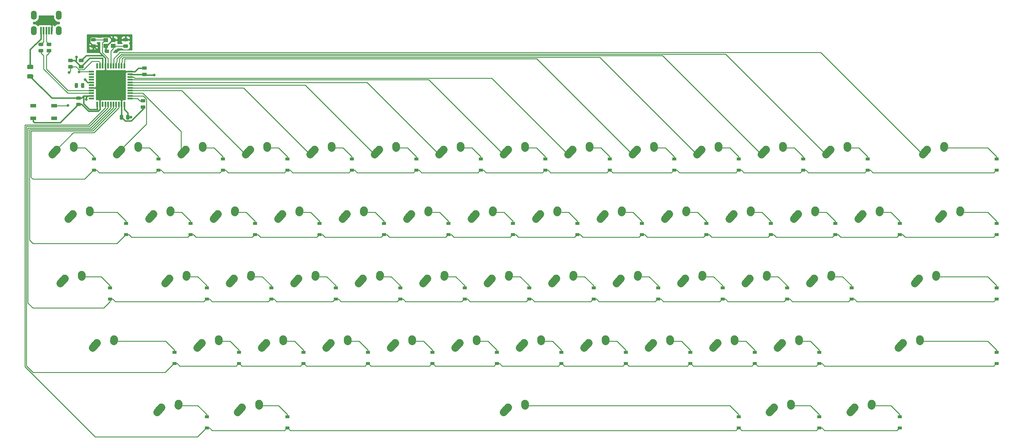
<source format=gbl>
G04 #@! TF.GenerationSoftware,KiCad,Pcbnew,(5.1.4)-1*
G04 #@! TF.CreationDate,2021-08-06T17:52:11-05:00*
G04 #@! TF.ProjectId,keyboard,6b657962-6f61-4726-942e-6b696361645f,rev?*
G04 #@! TF.SameCoordinates,Original*
G04 #@! TF.FileFunction,Copper,L2,Bot*
G04 #@! TF.FilePolarity,Positive*
%FSLAX46Y46*%
G04 Gerber Fmt 4.6, Leading zero omitted, Abs format (unit mm)*
G04 Created by KiCad (PCBNEW (5.1.4)-1) date 2021-08-06 17:52:11*
%MOMM*%
%LPD*%
G04 APERTURE LIST*
%ADD10R,1.400000X1.200000*%
%ADD11O,1.700000X2.700000*%
%ADD12R,0.500000X2.250000*%
%ADD13R,0.550000X1.500000*%
%ADD14R,1.500000X0.550000*%
%ADD15R,1.800000X1.100000*%
%ADD16C,0.100000*%
%ADD17C,0.975000*%
%ADD18C,1.250000*%
%ADD19C,2.250000*%
%ADD20C,2.250000*%
%ADD21R,1.200000X0.900000*%
%ADD22C,0.800000*%
%ADD23C,0.381000*%
%ADD24C,0.254000*%
G04 APERTURE END LIST*
D10*
X107081500Y-88272250D03*
X104881500Y-88272250D03*
X104881500Y-89972250D03*
X107081500Y-89972250D03*
D11*
X83662500Y-80962500D03*
X90962500Y-80962500D03*
X90962500Y-85462500D03*
X83662500Y-85462500D03*
D12*
X85712500Y-85462500D03*
X86512500Y-85462500D03*
X87312500Y-85462500D03*
X88112500Y-85462500D03*
X88912500Y-85462500D03*
D13*
X102362500Y-107300000D03*
X103162500Y-107300000D03*
X103962500Y-107300000D03*
X104762500Y-107300000D03*
X105562500Y-107300000D03*
X106362500Y-107300000D03*
X107162500Y-107300000D03*
X107962500Y-107300000D03*
X108762500Y-107300000D03*
X109562500Y-107300000D03*
X110362500Y-107300000D03*
D14*
X112062500Y-105600000D03*
X112062500Y-104800000D03*
X112062500Y-104000000D03*
X112062500Y-103200000D03*
X112062500Y-102400000D03*
X112062500Y-101600000D03*
X112062500Y-100800000D03*
X112062500Y-100000000D03*
X112062500Y-99200000D03*
X112062500Y-98400000D03*
X112062500Y-97600000D03*
D13*
X110362500Y-95900000D03*
X109562500Y-95900000D03*
X108762500Y-95900000D03*
X107962500Y-95900000D03*
X107162500Y-95900000D03*
X106362500Y-95900000D03*
X105562500Y-95900000D03*
X104762500Y-95900000D03*
X103962500Y-95900000D03*
X103162500Y-95900000D03*
X102362500Y-95900000D03*
D14*
X100662500Y-97600000D03*
X100662500Y-98400000D03*
X100662500Y-99200000D03*
X100662500Y-100000000D03*
X100662500Y-100800000D03*
X100662500Y-101600000D03*
X100662500Y-102400000D03*
X100662500Y-103200000D03*
X100662500Y-104000000D03*
X100662500Y-104800000D03*
X100662500Y-105600000D03*
D15*
X89618750Y-111387500D03*
X83418750Y-107687500D03*
X89618750Y-107687500D03*
X83418750Y-111387500D03*
D16*
G36*
X116367642Y-105732424D02*
G01*
X116391303Y-105735934D01*
X116414507Y-105741746D01*
X116437029Y-105749804D01*
X116458653Y-105760032D01*
X116479170Y-105772329D01*
X116498383Y-105786579D01*
X116516107Y-105802643D01*
X116532171Y-105820367D01*
X116546421Y-105839580D01*
X116558718Y-105860097D01*
X116568946Y-105881721D01*
X116577004Y-105904243D01*
X116582816Y-105927447D01*
X116586326Y-105951108D01*
X116587500Y-105975000D01*
X116587500Y-106462500D01*
X116586326Y-106486392D01*
X116582816Y-106510053D01*
X116577004Y-106533257D01*
X116568946Y-106555779D01*
X116558718Y-106577403D01*
X116546421Y-106597920D01*
X116532171Y-106617133D01*
X116516107Y-106634857D01*
X116498383Y-106650921D01*
X116479170Y-106665171D01*
X116458653Y-106677468D01*
X116437029Y-106687696D01*
X116414507Y-106695754D01*
X116391303Y-106701566D01*
X116367642Y-106705076D01*
X116343750Y-106706250D01*
X115431250Y-106706250D01*
X115407358Y-106705076D01*
X115383697Y-106701566D01*
X115360493Y-106695754D01*
X115337971Y-106687696D01*
X115316347Y-106677468D01*
X115295830Y-106665171D01*
X115276617Y-106650921D01*
X115258893Y-106634857D01*
X115242829Y-106617133D01*
X115228579Y-106597920D01*
X115216282Y-106577403D01*
X115206054Y-106555779D01*
X115197996Y-106533257D01*
X115192184Y-106510053D01*
X115188674Y-106486392D01*
X115187500Y-106462500D01*
X115187500Y-105975000D01*
X115188674Y-105951108D01*
X115192184Y-105927447D01*
X115197996Y-105904243D01*
X115206054Y-105881721D01*
X115216282Y-105860097D01*
X115228579Y-105839580D01*
X115242829Y-105820367D01*
X115258893Y-105802643D01*
X115276617Y-105786579D01*
X115295830Y-105772329D01*
X115316347Y-105760032D01*
X115337971Y-105749804D01*
X115360493Y-105741746D01*
X115383697Y-105735934D01*
X115407358Y-105732424D01*
X115431250Y-105731250D01*
X116343750Y-105731250D01*
X116367642Y-105732424D01*
X116367642Y-105732424D01*
G37*
D17*
X115887500Y-106218750D03*
D16*
G36*
X116367642Y-107607424D02*
G01*
X116391303Y-107610934D01*
X116414507Y-107616746D01*
X116437029Y-107624804D01*
X116458653Y-107635032D01*
X116479170Y-107647329D01*
X116498383Y-107661579D01*
X116516107Y-107677643D01*
X116532171Y-107695367D01*
X116546421Y-107714580D01*
X116558718Y-107735097D01*
X116568946Y-107756721D01*
X116577004Y-107779243D01*
X116582816Y-107802447D01*
X116586326Y-107826108D01*
X116587500Y-107850000D01*
X116587500Y-108337500D01*
X116586326Y-108361392D01*
X116582816Y-108385053D01*
X116577004Y-108408257D01*
X116568946Y-108430779D01*
X116558718Y-108452403D01*
X116546421Y-108472920D01*
X116532171Y-108492133D01*
X116516107Y-108509857D01*
X116498383Y-108525921D01*
X116479170Y-108540171D01*
X116458653Y-108552468D01*
X116437029Y-108562696D01*
X116414507Y-108570754D01*
X116391303Y-108576566D01*
X116367642Y-108580076D01*
X116343750Y-108581250D01*
X115431250Y-108581250D01*
X115407358Y-108580076D01*
X115383697Y-108576566D01*
X115360493Y-108570754D01*
X115337971Y-108562696D01*
X115316347Y-108552468D01*
X115295830Y-108540171D01*
X115276617Y-108525921D01*
X115258893Y-108509857D01*
X115242829Y-108492133D01*
X115228579Y-108472920D01*
X115216282Y-108452403D01*
X115206054Y-108430779D01*
X115197996Y-108408257D01*
X115192184Y-108385053D01*
X115188674Y-108361392D01*
X115187500Y-108337500D01*
X115187500Y-107850000D01*
X115188674Y-107826108D01*
X115192184Y-107802447D01*
X115197996Y-107779243D01*
X115206054Y-107756721D01*
X115216282Y-107735097D01*
X115228579Y-107714580D01*
X115242829Y-107695367D01*
X115258893Y-107677643D01*
X115276617Y-107661579D01*
X115295830Y-107647329D01*
X115316347Y-107635032D01*
X115337971Y-107624804D01*
X115360493Y-107616746D01*
X115383697Y-107610934D01*
X115407358Y-107607424D01*
X115431250Y-107606250D01*
X116343750Y-107606250D01*
X116367642Y-107607424D01*
X116367642Y-107607424D01*
G37*
D17*
X115887500Y-108093750D03*
D16*
G36*
X94936392Y-95701174D02*
G01*
X94960053Y-95704684D01*
X94983257Y-95710496D01*
X95005779Y-95718554D01*
X95027403Y-95728782D01*
X95047920Y-95741079D01*
X95067133Y-95755329D01*
X95084857Y-95771393D01*
X95100921Y-95789117D01*
X95115171Y-95808330D01*
X95127468Y-95828847D01*
X95137696Y-95850471D01*
X95145754Y-95872993D01*
X95151566Y-95896197D01*
X95155076Y-95919858D01*
X95156250Y-95943750D01*
X95156250Y-96431250D01*
X95155076Y-96455142D01*
X95151566Y-96478803D01*
X95145754Y-96502007D01*
X95137696Y-96524529D01*
X95127468Y-96546153D01*
X95115171Y-96566670D01*
X95100921Y-96585883D01*
X95084857Y-96603607D01*
X95067133Y-96619671D01*
X95047920Y-96633921D01*
X95027403Y-96646218D01*
X95005779Y-96656446D01*
X94983257Y-96664504D01*
X94960053Y-96670316D01*
X94936392Y-96673826D01*
X94912500Y-96675000D01*
X94000000Y-96675000D01*
X93976108Y-96673826D01*
X93952447Y-96670316D01*
X93929243Y-96664504D01*
X93906721Y-96656446D01*
X93885097Y-96646218D01*
X93864580Y-96633921D01*
X93845367Y-96619671D01*
X93827643Y-96603607D01*
X93811579Y-96585883D01*
X93797329Y-96566670D01*
X93785032Y-96546153D01*
X93774804Y-96524529D01*
X93766746Y-96502007D01*
X93760934Y-96478803D01*
X93757424Y-96455142D01*
X93756250Y-96431250D01*
X93756250Y-95943750D01*
X93757424Y-95919858D01*
X93760934Y-95896197D01*
X93766746Y-95872993D01*
X93774804Y-95850471D01*
X93785032Y-95828847D01*
X93797329Y-95808330D01*
X93811579Y-95789117D01*
X93827643Y-95771393D01*
X93845367Y-95755329D01*
X93864580Y-95741079D01*
X93885097Y-95728782D01*
X93906721Y-95718554D01*
X93929243Y-95710496D01*
X93952447Y-95704684D01*
X93976108Y-95701174D01*
X94000000Y-95700000D01*
X94912500Y-95700000D01*
X94936392Y-95701174D01*
X94936392Y-95701174D01*
G37*
D17*
X94456250Y-96187500D03*
D16*
G36*
X94936392Y-93826174D02*
G01*
X94960053Y-93829684D01*
X94983257Y-93835496D01*
X95005779Y-93843554D01*
X95027403Y-93853782D01*
X95047920Y-93866079D01*
X95067133Y-93880329D01*
X95084857Y-93896393D01*
X95100921Y-93914117D01*
X95115171Y-93933330D01*
X95127468Y-93953847D01*
X95137696Y-93975471D01*
X95145754Y-93997993D01*
X95151566Y-94021197D01*
X95155076Y-94044858D01*
X95156250Y-94068750D01*
X95156250Y-94556250D01*
X95155076Y-94580142D01*
X95151566Y-94603803D01*
X95145754Y-94627007D01*
X95137696Y-94649529D01*
X95127468Y-94671153D01*
X95115171Y-94691670D01*
X95100921Y-94710883D01*
X95084857Y-94728607D01*
X95067133Y-94744671D01*
X95047920Y-94758921D01*
X95027403Y-94771218D01*
X95005779Y-94781446D01*
X94983257Y-94789504D01*
X94960053Y-94795316D01*
X94936392Y-94798826D01*
X94912500Y-94800000D01*
X94000000Y-94800000D01*
X93976108Y-94798826D01*
X93952447Y-94795316D01*
X93929243Y-94789504D01*
X93906721Y-94781446D01*
X93885097Y-94771218D01*
X93864580Y-94758921D01*
X93845367Y-94744671D01*
X93827643Y-94728607D01*
X93811579Y-94710883D01*
X93797329Y-94691670D01*
X93785032Y-94671153D01*
X93774804Y-94649529D01*
X93766746Y-94627007D01*
X93760934Y-94603803D01*
X93757424Y-94580142D01*
X93756250Y-94556250D01*
X93756250Y-94068750D01*
X93757424Y-94044858D01*
X93760934Y-94021197D01*
X93766746Y-93997993D01*
X93774804Y-93975471D01*
X93785032Y-93953847D01*
X93797329Y-93933330D01*
X93811579Y-93914117D01*
X93827643Y-93896393D01*
X93845367Y-93880329D01*
X93864580Y-93866079D01*
X93885097Y-93853782D01*
X93906721Y-93843554D01*
X93929243Y-93835496D01*
X93952447Y-93829684D01*
X93976108Y-93826174D01*
X94000000Y-93825000D01*
X94912500Y-93825000D01*
X94936392Y-93826174D01*
X94936392Y-93826174D01*
G37*
D17*
X94456250Y-94312500D03*
D16*
G36*
X88586392Y-89063674D02*
G01*
X88610053Y-89067184D01*
X88633257Y-89072996D01*
X88655779Y-89081054D01*
X88677403Y-89091282D01*
X88697920Y-89103579D01*
X88717133Y-89117829D01*
X88734857Y-89133893D01*
X88750921Y-89151617D01*
X88765171Y-89170830D01*
X88777468Y-89191347D01*
X88787696Y-89212971D01*
X88795754Y-89235493D01*
X88801566Y-89258697D01*
X88805076Y-89282358D01*
X88806250Y-89306250D01*
X88806250Y-89793750D01*
X88805076Y-89817642D01*
X88801566Y-89841303D01*
X88795754Y-89864507D01*
X88787696Y-89887029D01*
X88777468Y-89908653D01*
X88765171Y-89929170D01*
X88750921Y-89948383D01*
X88734857Y-89966107D01*
X88717133Y-89982171D01*
X88697920Y-89996421D01*
X88677403Y-90008718D01*
X88655779Y-90018946D01*
X88633257Y-90027004D01*
X88610053Y-90032816D01*
X88586392Y-90036326D01*
X88562500Y-90037500D01*
X87650000Y-90037500D01*
X87626108Y-90036326D01*
X87602447Y-90032816D01*
X87579243Y-90027004D01*
X87556721Y-90018946D01*
X87535097Y-90008718D01*
X87514580Y-89996421D01*
X87495367Y-89982171D01*
X87477643Y-89966107D01*
X87461579Y-89948383D01*
X87447329Y-89929170D01*
X87435032Y-89908653D01*
X87424804Y-89887029D01*
X87416746Y-89864507D01*
X87410934Y-89841303D01*
X87407424Y-89817642D01*
X87406250Y-89793750D01*
X87406250Y-89306250D01*
X87407424Y-89282358D01*
X87410934Y-89258697D01*
X87416746Y-89235493D01*
X87424804Y-89212971D01*
X87435032Y-89191347D01*
X87447329Y-89170830D01*
X87461579Y-89151617D01*
X87477643Y-89133893D01*
X87495367Y-89117829D01*
X87514580Y-89103579D01*
X87535097Y-89091282D01*
X87556721Y-89081054D01*
X87579243Y-89072996D01*
X87602447Y-89067184D01*
X87626108Y-89063674D01*
X87650000Y-89062500D01*
X88562500Y-89062500D01*
X88586392Y-89063674D01*
X88586392Y-89063674D01*
G37*
D17*
X88106250Y-89550000D03*
D16*
G36*
X88586392Y-90938674D02*
G01*
X88610053Y-90942184D01*
X88633257Y-90947996D01*
X88655779Y-90956054D01*
X88677403Y-90966282D01*
X88697920Y-90978579D01*
X88717133Y-90992829D01*
X88734857Y-91008893D01*
X88750921Y-91026617D01*
X88765171Y-91045830D01*
X88777468Y-91066347D01*
X88787696Y-91087971D01*
X88795754Y-91110493D01*
X88801566Y-91133697D01*
X88805076Y-91157358D01*
X88806250Y-91181250D01*
X88806250Y-91668750D01*
X88805076Y-91692642D01*
X88801566Y-91716303D01*
X88795754Y-91739507D01*
X88787696Y-91762029D01*
X88777468Y-91783653D01*
X88765171Y-91804170D01*
X88750921Y-91823383D01*
X88734857Y-91841107D01*
X88717133Y-91857171D01*
X88697920Y-91871421D01*
X88677403Y-91883718D01*
X88655779Y-91893946D01*
X88633257Y-91902004D01*
X88610053Y-91907816D01*
X88586392Y-91911326D01*
X88562500Y-91912500D01*
X87650000Y-91912500D01*
X87626108Y-91911326D01*
X87602447Y-91907816D01*
X87579243Y-91902004D01*
X87556721Y-91893946D01*
X87535097Y-91883718D01*
X87514580Y-91871421D01*
X87495367Y-91857171D01*
X87477643Y-91841107D01*
X87461579Y-91823383D01*
X87447329Y-91804170D01*
X87435032Y-91783653D01*
X87424804Y-91762029D01*
X87416746Y-91739507D01*
X87410934Y-91716303D01*
X87407424Y-91692642D01*
X87406250Y-91668750D01*
X87406250Y-91181250D01*
X87407424Y-91157358D01*
X87410934Y-91133697D01*
X87416746Y-91110493D01*
X87424804Y-91087971D01*
X87435032Y-91066347D01*
X87447329Y-91045830D01*
X87461579Y-91026617D01*
X87477643Y-91008893D01*
X87495367Y-90992829D01*
X87514580Y-90978579D01*
X87535097Y-90966282D01*
X87556721Y-90956054D01*
X87579243Y-90947996D01*
X87602447Y-90942184D01*
X87626108Y-90938674D01*
X87650000Y-90937500D01*
X88562500Y-90937500D01*
X88586392Y-90938674D01*
X88586392Y-90938674D01*
G37*
D17*
X88106250Y-91425000D03*
D16*
G36*
X86205142Y-89063674D02*
G01*
X86228803Y-89067184D01*
X86252007Y-89072996D01*
X86274529Y-89081054D01*
X86296153Y-89091282D01*
X86316670Y-89103579D01*
X86335883Y-89117829D01*
X86353607Y-89133893D01*
X86369671Y-89151617D01*
X86383921Y-89170830D01*
X86396218Y-89191347D01*
X86406446Y-89212971D01*
X86414504Y-89235493D01*
X86420316Y-89258697D01*
X86423826Y-89282358D01*
X86425000Y-89306250D01*
X86425000Y-89793750D01*
X86423826Y-89817642D01*
X86420316Y-89841303D01*
X86414504Y-89864507D01*
X86406446Y-89887029D01*
X86396218Y-89908653D01*
X86383921Y-89929170D01*
X86369671Y-89948383D01*
X86353607Y-89966107D01*
X86335883Y-89982171D01*
X86316670Y-89996421D01*
X86296153Y-90008718D01*
X86274529Y-90018946D01*
X86252007Y-90027004D01*
X86228803Y-90032816D01*
X86205142Y-90036326D01*
X86181250Y-90037500D01*
X85268750Y-90037500D01*
X85244858Y-90036326D01*
X85221197Y-90032816D01*
X85197993Y-90027004D01*
X85175471Y-90018946D01*
X85153847Y-90008718D01*
X85133330Y-89996421D01*
X85114117Y-89982171D01*
X85096393Y-89966107D01*
X85080329Y-89948383D01*
X85066079Y-89929170D01*
X85053782Y-89908653D01*
X85043554Y-89887029D01*
X85035496Y-89864507D01*
X85029684Y-89841303D01*
X85026174Y-89817642D01*
X85025000Y-89793750D01*
X85025000Y-89306250D01*
X85026174Y-89282358D01*
X85029684Y-89258697D01*
X85035496Y-89235493D01*
X85043554Y-89212971D01*
X85053782Y-89191347D01*
X85066079Y-89170830D01*
X85080329Y-89151617D01*
X85096393Y-89133893D01*
X85114117Y-89117829D01*
X85133330Y-89103579D01*
X85153847Y-89091282D01*
X85175471Y-89081054D01*
X85197993Y-89072996D01*
X85221197Y-89067184D01*
X85244858Y-89063674D01*
X85268750Y-89062500D01*
X86181250Y-89062500D01*
X86205142Y-89063674D01*
X86205142Y-89063674D01*
G37*
D17*
X85725000Y-89550000D03*
D16*
G36*
X86205142Y-90938674D02*
G01*
X86228803Y-90942184D01*
X86252007Y-90947996D01*
X86274529Y-90956054D01*
X86296153Y-90966282D01*
X86316670Y-90978579D01*
X86335883Y-90992829D01*
X86353607Y-91008893D01*
X86369671Y-91026617D01*
X86383921Y-91045830D01*
X86396218Y-91066347D01*
X86406446Y-91087971D01*
X86414504Y-91110493D01*
X86420316Y-91133697D01*
X86423826Y-91157358D01*
X86425000Y-91181250D01*
X86425000Y-91668750D01*
X86423826Y-91692642D01*
X86420316Y-91716303D01*
X86414504Y-91739507D01*
X86406446Y-91762029D01*
X86396218Y-91783653D01*
X86383921Y-91804170D01*
X86369671Y-91823383D01*
X86353607Y-91841107D01*
X86335883Y-91857171D01*
X86316670Y-91871421D01*
X86296153Y-91883718D01*
X86274529Y-91893946D01*
X86252007Y-91902004D01*
X86228803Y-91907816D01*
X86205142Y-91911326D01*
X86181250Y-91912500D01*
X85268750Y-91912500D01*
X85244858Y-91911326D01*
X85221197Y-91907816D01*
X85197993Y-91902004D01*
X85175471Y-91893946D01*
X85153847Y-91883718D01*
X85133330Y-91871421D01*
X85114117Y-91857171D01*
X85096393Y-91841107D01*
X85080329Y-91823383D01*
X85066079Y-91804170D01*
X85053782Y-91783653D01*
X85043554Y-91762029D01*
X85035496Y-91739507D01*
X85029684Y-91716303D01*
X85026174Y-91692642D01*
X85025000Y-91668750D01*
X85025000Y-91181250D01*
X85026174Y-91157358D01*
X85029684Y-91133697D01*
X85035496Y-91110493D01*
X85043554Y-91087971D01*
X85053782Y-91066347D01*
X85066079Y-91045830D01*
X85080329Y-91026617D01*
X85096393Y-91008893D01*
X85114117Y-90992829D01*
X85133330Y-90978579D01*
X85153847Y-90966282D01*
X85175471Y-90956054D01*
X85197993Y-90947996D01*
X85221197Y-90942184D01*
X85244858Y-90938674D01*
X85268750Y-90937500D01*
X86181250Y-90937500D01*
X86205142Y-90938674D01*
X86205142Y-90938674D01*
G37*
D17*
X85725000Y-91425000D03*
D16*
G36*
X83199504Y-95607454D02*
G01*
X83223773Y-95611054D01*
X83247571Y-95617015D01*
X83270671Y-95625280D01*
X83292849Y-95635770D01*
X83313893Y-95648383D01*
X83333598Y-95662997D01*
X83351777Y-95679473D01*
X83368253Y-95697652D01*
X83382867Y-95717357D01*
X83395480Y-95738401D01*
X83405970Y-95760579D01*
X83414235Y-95783679D01*
X83420196Y-95807477D01*
X83423796Y-95831746D01*
X83425000Y-95856250D01*
X83425000Y-96606250D01*
X83423796Y-96630754D01*
X83420196Y-96655023D01*
X83414235Y-96678821D01*
X83405970Y-96701921D01*
X83395480Y-96724099D01*
X83382867Y-96745143D01*
X83368253Y-96764848D01*
X83351777Y-96783027D01*
X83333598Y-96799503D01*
X83313893Y-96814117D01*
X83292849Y-96826730D01*
X83270671Y-96837220D01*
X83247571Y-96845485D01*
X83223773Y-96851446D01*
X83199504Y-96855046D01*
X83175000Y-96856250D01*
X81925000Y-96856250D01*
X81900496Y-96855046D01*
X81876227Y-96851446D01*
X81852429Y-96845485D01*
X81829329Y-96837220D01*
X81807151Y-96826730D01*
X81786107Y-96814117D01*
X81766402Y-96799503D01*
X81748223Y-96783027D01*
X81731747Y-96764848D01*
X81717133Y-96745143D01*
X81704520Y-96724099D01*
X81694030Y-96701921D01*
X81685765Y-96678821D01*
X81679804Y-96655023D01*
X81676204Y-96630754D01*
X81675000Y-96606250D01*
X81675000Y-95856250D01*
X81676204Y-95831746D01*
X81679804Y-95807477D01*
X81685765Y-95783679D01*
X81694030Y-95760579D01*
X81704520Y-95738401D01*
X81717133Y-95717357D01*
X81731747Y-95697652D01*
X81748223Y-95679473D01*
X81766402Y-95662997D01*
X81786107Y-95648383D01*
X81807151Y-95635770D01*
X81829329Y-95625280D01*
X81852429Y-95617015D01*
X81876227Y-95611054D01*
X81900496Y-95607454D01*
X81925000Y-95606250D01*
X83175000Y-95606250D01*
X83199504Y-95607454D01*
X83199504Y-95607454D01*
G37*
D18*
X82550000Y-96231250D03*
D16*
G36*
X83199504Y-98407454D02*
G01*
X83223773Y-98411054D01*
X83247571Y-98417015D01*
X83270671Y-98425280D01*
X83292849Y-98435770D01*
X83313893Y-98448383D01*
X83333598Y-98462997D01*
X83351777Y-98479473D01*
X83368253Y-98497652D01*
X83382867Y-98517357D01*
X83395480Y-98538401D01*
X83405970Y-98560579D01*
X83414235Y-98583679D01*
X83420196Y-98607477D01*
X83423796Y-98631746D01*
X83425000Y-98656250D01*
X83425000Y-99406250D01*
X83423796Y-99430754D01*
X83420196Y-99455023D01*
X83414235Y-99478821D01*
X83405970Y-99501921D01*
X83395480Y-99524099D01*
X83382867Y-99545143D01*
X83368253Y-99564848D01*
X83351777Y-99583027D01*
X83333598Y-99599503D01*
X83313893Y-99614117D01*
X83292849Y-99626730D01*
X83270671Y-99637220D01*
X83247571Y-99645485D01*
X83223773Y-99651446D01*
X83199504Y-99655046D01*
X83175000Y-99656250D01*
X81925000Y-99656250D01*
X81900496Y-99655046D01*
X81876227Y-99651446D01*
X81852429Y-99645485D01*
X81829329Y-99637220D01*
X81807151Y-99626730D01*
X81786107Y-99614117D01*
X81766402Y-99599503D01*
X81748223Y-99583027D01*
X81731747Y-99564848D01*
X81717133Y-99545143D01*
X81704520Y-99524099D01*
X81694030Y-99501921D01*
X81685765Y-99478821D01*
X81679804Y-99455023D01*
X81676204Y-99430754D01*
X81675000Y-99406250D01*
X81675000Y-98656250D01*
X81676204Y-98631746D01*
X81679804Y-98607477D01*
X81685765Y-98583679D01*
X81694030Y-98560579D01*
X81704520Y-98538401D01*
X81717133Y-98517357D01*
X81731747Y-98497652D01*
X81748223Y-98479473D01*
X81766402Y-98462997D01*
X81786107Y-98448383D01*
X81807151Y-98435770D01*
X81829329Y-98425280D01*
X81852429Y-98417015D01*
X81876227Y-98411054D01*
X81900496Y-98407454D01*
X81925000Y-98406250D01*
X83175000Y-98406250D01*
X83199504Y-98407454D01*
X83199504Y-98407454D01*
G37*
D18*
X82550000Y-99031250D03*
D16*
G36*
X96453392Y-100996424D02*
G01*
X96477053Y-100999934D01*
X96500257Y-101005746D01*
X96522779Y-101013804D01*
X96544403Y-101024032D01*
X96564920Y-101036329D01*
X96584133Y-101050579D01*
X96601857Y-101066643D01*
X96617921Y-101084367D01*
X96632171Y-101103580D01*
X96644468Y-101124097D01*
X96654696Y-101145721D01*
X96662754Y-101168243D01*
X96668566Y-101191447D01*
X96672076Y-101215108D01*
X96673250Y-101239000D01*
X96673250Y-102151500D01*
X96672076Y-102175392D01*
X96668566Y-102199053D01*
X96662754Y-102222257D01*
X96654696Y-102244779D01*
X96644468Y-102266403D01*
X96632171Y-102286920D01*
X96617921Y-102306133D01*
X96601857Y-102323857D01*
X96584133Y-102339921D01*
X96564920Y-102354171D01*
X96544403Y-102366468D01*
X96522779Y-102376696D01*
X96500257Y-102384754D01*
X96477053Y-102390566D01*
X96453392Y-102394076D01*
X96429500Y-102395250D01*
X95942000Y-102395250D01*
X95918108Y-102394076D01*
X95894447Y-102390566D01*
X95871243Y-102384754D01*
X95848721Y-102376696D01*
X95827097Y-102366468D01*
X95806580Y-102354171D01*
X95787367Y-102339921D01*
X95769643Y-102323857D01*
X95753579Y-102306133D01*
X95739329Y-102286920D01*
X95727032Y-102266403D01*
X95716804Y-102244779D01*
X95708746Y-102222257D01*
X95702934Y-102199053D01*
X95699424Y-102175392D01*
X95698250Y-102151500D01*
X95698250Y-101239000D01*
X95699424Y-101215108D01*
X95702934Y-101191447D01*
X95708746Y-101168243D01*
X95716804Y-101145721D01*
X95727032Y-101124097D01*
X95739329Y-101103580D01*
X95753579Y-101084367D01*
X95769643Y-101066643D01*
X95787367Y-101050579D01*
X95806580Y-101036329D01*
X95827097Y-101024032D01*
X95848721Y-101013804D01*
X95871243Y-101005746D01*
X95894447Y-100999934D01*
X95918108Y-100996424D01*
X95942000Y-100995250D01*
X96429500Y-100995250D01*
X96453392Y-100996424D01*
X96453392Y-100996424D01*
G37*
D17*
X96185750Y-101695250D03*
D16*
G36*
X98328392Y-100996424D02*
G01*
X98352053Y-100999934D01*
X98375257Y-101005746D01*
X98397779Y-101013804D01*
X98419403Y-101024032D01*
X98439920Y-101036329D01*
X98459133Y-101050579D01*
X98476857Y-101066643D01*
X98492921Y-101084367D01*
X98507171Y-101103580D01*
X98519468Y-101124097D01*
X98529696Y-101145721D01*
X98537754Y-101168243D01*
X98543566Y-101191447D01*
X98547076Y-101215108D01*
X98548250Y-101239000D01*
X98548250Y-102151500D01*
X98547076Y-102175392D01*
X98543566Y-102199053D01*
X98537754Y-102222257D01*
X98529696Y-102244779D01*
X98519468Y-102266403D01*
X98507171Y-102286920D01*
X98492921Y-102306133D01*
X98476857Y-102323857D01*
X98459133Y-102339921D01*
X98439920Y-102354171D01*
X98419403Y-102366468D01*
X98397779Y-102376696D01*
X98375257Y-102384754D01*
X98352053Y-102390566D01*
X98328392Y-102394076D01*
X98304500Y-102395250D01*
X97817000Y-102395250D01*
X97793108Y-102394076D01*
X97769447Y-102390566D01*
X97746243Y-102384754D01*
X97723721Y-102376696D01*
X97702097Y-102366468D01*
X97681580Y-102354171D01*
X97662367Y-102339921D01*
X97644643Y-102323857D01*
X97628579Y-102306133D01*
X97614329Y-102286920D01*
X97602032Y-102266403D01*
X97591804Y-102244779D01*
X97583746Y-102222257D01*
X97577934Y-102199053D01*
X97574424Y-102175392D01*
X97573250Y-102151500D01*
X97573250Y-101239000D01*
X97574424Y-101215108D01*
X97577934Y-101191447D01*
X97583746Y-101168243D01*
X97591804Y-101145721D01*
X97602032Y-101124097D01*
X97614329Y-101103580D01*
X97628579Y-101084367D01*
X97644643Y-101066643D01*
X97662367Y-101050579D01*
X97681580Y-101036329D01*
X97702097Y-101024032D01*
X97723721Y-101013804D01*
X97746243Y-101005746D01*
X97769447Y-100999934D01*
X97793108Y-100996424D01*
X97817000Y-100995250D01*
X98304500Y-100995250D01*
X98328392Y-100996424D01*
X98328392Y-100996424D01*
G37*
D17*
X98060750Y-101695250D03*
D16*
G36*
X101699142Y-87698424D02*
G01*
X101722803Y-87701934D01*
X101746007Y-87707746D01*
X101768529Y-87715804D01*
X101790153Y-87726032D01*
X101810670Y-87738329D01*
X101829883Y-87752579D01*
X101847607Y-87768643D01*
X101863671Y-87786367D01*
X101877921Y-87805580D01*
X101890218Y-87826097D01*
X101900446Y-87847721D01*
X101908504Y-87870243D01*
X101914316Y-87893447D01*
X101917826Y-87917108D01*
X101919000Y-87941000D01*
X101919000Y-88428500D01*
X101917826Y-88452392D01*
X101914316Y-88476053D01*
X101908504Y-88499257D01*
X101900446Y-88521779D01*
X101890218Y-88543403D01*
X101877921Y-88563920D01*
X101863671Y-88583133D01*
X101847607Y-88600857D01*
X101829883Y-88616921D01*
X101810670Y-88631171D01*
X101790153Y-88643468D01*
X101768529Y-88653696D01*
X101746007Y-88661754D01*
X101722803Y-88667566D01*
X101699142Y-88671076D01*
X101675250Y-88672250D01*
X100762750Y-88672250D01*
X100738858Y-88671076D01*
X100715197Y-88667566D01*
X100691993Y-88661754D01*
X100669471Y-88653696D01*
X100647847Y-88643468D01*
X100627330Y-88631171D01*
X100608117Y-88616921D01*
X100590393Y-88600857D01*
X100574329Y-88583133D01*
X100560079Y-88563920D01*
X100547782Y-88543403D01*
X100537554Y-88521779D01*
X100529496Y-88499257D01*
X100523684Y-88476053D01*
X100520174Y-88452392D01*
X100519000Y-88428500D01*
X100519000Y-87941000D01*
X100520174Y-87917108D01*
X100523684Y-87893447D01*
X100529496Y-87870243D01*
X100537554Y-87847721D01*
X100547782Y-87826097D01*
X100560079Y-87805580D01*
X100574329Y-87786367D01*
X100590393Y-87768643D01*
X100608117Y-87752579D01*
X100627330Y-87738329D01*
X100647847Y-87726032D01*
X100669471Y-87715804D01*
X100691993Y-87707746D01*
X100715197Y-87701934D01*
X100738858Y-87698424D01*
X100762750Y-87697250D01*
X101675250Y-87697250D01*
X101699142Y-87698424D01*
X101699142Y-87698424D01*
G37*
D17*
X101219000Y-88184750D03*
D16*
G36*
X101699142Y-89573424D02*
G01*
X101722803Y-89576934D01*
X101746007Y-89582746D01*
X101768529Y-89590804D01*
X101790153Y-89601032D01*
X101810670Y-89613329D01*
X101829883Y-89627579D01*
X101847607Y-89643643D01*
X101863671Y-89661367D01*
X101877921Y-89680580D01*
X101890218Y-89701097D01*
X101900446Y-89722721D01*
X101908504Y-89745243D01*
X101914316Y-89768447D01*
X101917826Y-89792108D01*
X101919000Y-89816000D01*
X101919000Y-90303500D01*
X101917826Y-90327392D01*
X101914316Y-90351053D01*
X101908504Y-90374257D01*
X101900446Y-90396779D01*
X101890218Y-90418403D01*
X101877921Y-90438920D01*
X101863671Y-90458133D01*
X101847607Y-90475857D01*
X101829883Y-90491921D01*
X101810670Y-90506171D01*
X101790153Y-90518468D01*
X101768529Y-90528696D01*
X101746007Y-90536754D01*
X101722803Y-90542566D01*
X101699142Y-90546076D01*
X101675250Y-90547250D01*
X100762750Y-90547250D01*
X100738858Y-90546076D01*
X100715197Y-90542566D01*
X100691993Y-90536754D01*
X100669471Y-90528696D01*
X100647847Y-90518468D01*
X100627330Y-90506171D01*
X100608117Y-90491921D01*
X100590393Y-90475857D01*
X100574329Y-90458133D01*
X100560079Y-90438920D01*
X100547782Y-90418403D01*
X100537554Y-90396779D01*
X100529496Y-90374257D01*
X100523684Y-90351053D01*
X100520174Y-90327392D01*
X100519000Y-90303500D01*
X100519000Y-89816000D01*
X100520174Y-89792108D01*
X100523684Y-89768447D01*
X100529496Y-89745243D01*
X100537554Y-89722721D01*
X100547782Y-89701097D01*
X100560079Y-89680580D01*
X100574329Y-89661367D01*
X100590393Y-89643643D01*
X100608117Y-89627579D01*
X100627330Y-89613329D01*
X100647847Y-89601032D01*
X100669471Y-89590804D01*
X100691993Y-89582746D01*
X100715197Y-89576934D01*
X100738858Y-89573424D01*
X100762750Y-89572250D01*
X101675250Y-89572250D01*
X101699142Y-89573424D01*
X101699142Y-89573424D01*
G37*
D17*
X101219000Y-90059750D03*
D16*
G36*
X111224142Y-89573424D02*
G01*
X111247803Y-89576934D01*
X111271007Y-89582746D01*
X111293529Y-89590804D01*
X111315153Y-89601032D01*
X111335670Y-89613329D01*
X111354883Y-89627579D01*
X111372607Y-89643643D01*
X111388671Y-89661367D01*
X111402921Y-89680580D01*
X111415218Y-89701097D01*
X111425446Y-89722721D01*
X111433504Y-89745243D01*
X111439316Y-89768447D01*
X111442826Y-89792108D01*
X111444000Y-89816000D01*
X111444000Y-90303500D01*
X111442826Y-90327392D01*
X111439316Y-90351053D01*
X111433504Y-90374257D01*
X111425446Y-90396779D01*
X111415218Y-90418403D01*
X111402921Y-90438920D01*
X111388671Y-90458133D01*
X111372607Y-90475857D01*
X111354883Y-90491921D01*
X111335670Y-90506171D01*
X111315153Y-90518468D01*
X111293529Y-90528696D01*
X111271007Y-90536754D01*
X111247803Y-90542566D01*
X111224142Y-90546076D01*
X111200250Y-90547250D01*
X110287750Y-90547250D01*
X110263858Y-90546076D01*
X110240197Y-90542566D01*
X110216993Y-90536754D01*
X110194471Y-90528696D01*
X110172847Y-90518468D01*
X110152330Y-90506171D01*
X110133117Y-90491921D01*
X110115393Y-90475857D01*
X110099329Y-90458133D01*
X110085079Y-90438920D01*
X110072782Y-90418403D01*
X110062554Y-90396779D01*
X110054496Y-90374257D01*
X110048684Y-90351053D01*
X110045174Y-90327392D01*
X110044000Y-90303500D01*
X110044000Y-89816000D01*
X110045174Y-89792108D01*
X110048684Y-89768447D01*
X110054496Y-89745243D01*
X110062554Y-89722721D01*
X110072782Y-89701097D01*
X110085079Y-89680580D01*
X110099329Y-89661367D01*
X110115393Y-89643643D01*
X110133117Y-89627579D01*
X110152330Y-89613329D01*
X110172847Y-89601032D01*
X110194471Y-89590804D01*
X110216993Y-89582746D01*
X110240197Y-89576934D01*
X110263858Y-89573424D01*
X110287750Y-89572250D01*
X111200250Y-89572250D01*
X111224142Y-89573424D01*
X111224142Y-89573424D01*
G37*
D17*
X110744000Y-90059750D03*
D16*
G36*
X111224142Y-87698424D02*
G01*
X111247803Y-87701934D01*
X111271007Y-87707746D01*
X111293529Y-87715804D01*
X111315153Y-87726032D01*
X111335670Y-87738329D01*
X111354883Y-87752579D01*
X111372607Y-87768643D01*
X111388671Y-87786367D01*
X111402921Y-87805580D01*
X111415218Y-87826097D01*
X111425446Y-87847721D01*
X111433504Y-87870243D01*
X111439316Y-87893447D01*
X111442826Y-87917108D01*
X111444000Y-87941000D01*
X111444000Y-88428500D01*
X111442826Y-88452392D01*
X111439316Y-88476053D01*
X111433504Y-88499257D01*
X111425446Y-88521779D01*
X111415218Y-88543403D01*
X111402921Y-88563920D01*
X111388671Y-88583133D01*
X111372607Y-88600857D01*
X111354883Y-88616921D01*
X111335670Y-88631171D01*
X111315153Y-88643468D01*
X111293529Y-88653696D01*
X111271007Y-88661754D01*
X111247803Y-88667566D01*
X111224142Y-88671076D01*
X111200250Y-88672250D01*
X110287750Y-88672250D01*
X110263858Y-88671076D01*
X110240197Y-88667566D01*
X110216993Y-88661754D01*
X110194471Y-88653696D01*
X110172847Y-88643468D01*
X110152330Y-88631171D01*
X110133117Y-88616921D01*
X110115393Y-88600857D01*
X110099329Y-88583133D01*
X110085079Y-88563920D01*
X110072782Y-88543403D01*
X110062554Y-88521779D01*
X110054496Y-88499257D01*
X110048684Y-88476053D01*
X110045174Y-88452392D01*
X110044000Y-88428500D01*
X110044000Y-87941000D01*
X110045174Y-87917108D01*
X110048684Y-87893447D01*
X110054496Y-87870243D01*
X110062554Y-87847721D01*
X110072782Y-87826097D01*
X110085079Y-87805580D01*
X110099329Y-87786367D01*
X110115393Y-87768643D01*
X110133117Y-87752579D01*
X110152330Y-87738329D01*
X110172847Y-87726032D01*
X110194471Y-87715804D01*
X110216993Y-87707746D01*
X110240197Y-87701934D01*
X110263858Y-87698424D01*
X110287750Y-87697250D01*
X111200250Y-87697250D01*
X111224142Y-87698424D01*
X111224142Y-87698424D01*
G37*
D17*
X110744000Y-88184750D03*
D16*
G36*
X97317642Y-106813674D02*
G01*
X97341303Y-106817184D01*
X97364507Y-106822996D01*
X97387029Y-106831054D01*
X97408653Y-106841282D01*
X97429170Y-106853579D01*
X97448383Y-106867829D01*
X97466107Y-106883893D01*
X97482171Y-106901617D01*
X97496421Y-106920830D01*
X97508718Y-106941347D01*
X97518946Y-106962971D01*
X97527004Y-106985493D01*
X97532816Y-107008697D01*
X97536326Y-107032358D01*
X97537500Y-107056250D01*
X97537500Y-107543750D01*
X97536326Y-107567642D01*
X97532816Y-107591303D01*
X97527004Y-107614507D01*
X97518946Y-107637029D01*
X97508718Y-107658653D01*
X97496421Y-107679170D01*
X97482171Y-107698383D01*
X97466107Y-107716107D01*
X97448383Y-107732171D01*
X97429170Y-107746421D01*
X97408653Y-107758718D01*
X97387029Y-107768946D01*
X97364507Y-107777004D01*
X97341303Y-107782816D01*
X97317642Y-107786326D01*
X97293750Y-107787500D01*
X96381250Y-107787500D01*
X96357358Y-107786326D01*
X96333697Y-107782816D01*
X96310493Y-107777004D01*
X96287971Y-107768946D01*
X96266347Y-107758718D01*
X96245830Y-107746421D01*
X96226617Y-107732171D01*
X96208893Y-107716107D01*
X96192829Y-107698383D01*
X96178579Y-107679170D01*
X96166282Y-107658653D01*
X96156054Y-107637029D01*
X96147996Y-107614507D01*
X96142184Y-107591303D01*
X96138674Y-107567642D01*
X96137500Y-107543750D01*
X96137500Y-107056250D01*
X96138674Y-107032358D01*
X96142184Y-107008697D01*
X96147996Y-106985493D01*
X96156054Y-106962971D01*
X96166282Y-106941347D01*
X96178579Y-106920830D01*
X96192829Y-106901617D01*
X96208893Y-106883893D01*
X96226617Y-106867829D01*
X96245830Y-106853579D01*
X96266347Y-106841282D01*
X96287971Y-106831054D01*
X96310493Y-106822996D01*
X96333697Y-106817184D01*
X96357358Y-106813674D01*
X96381250Y-106812500D01*
X97293750Y-106812500D01*
X97317642Y-106813674D01*
X97317642Y-106813674D01*
G37*
D17*
X96837500Y-107300000D03*
D16*
G36*
X97317642Y-104938674D02*
G01*
X97341303Y-104942184D01*
X97364507Y-104947996D01*
X97387029Y-104956054D01*
X97408653Y-104966282D01*
X97429170Y-104978579D01*
X97448383Y-104992829D01*
X97466107Y-105008893D01*
X97482171Y-105026617D01*
X97496421Y-105045830D01*
X97508718Y-105066347D01*
X97518946Y-105087971D01*
X97527004Y-105110493D01*
X97532816Y-105133697D01*
X97536326Y-105157358D01*
X97537500Y-105181250D01*
X97537500Y-105668750D01*
X97536326Y-105692642D01*
X97532816Y-105716303D01*
X97527004Y-105739507D01*
X97518946Y-105762029D01*
X97508718Y-105783653D01*
X97496421Y-105804170D01*
X97482171Y-105823383D01*
X97466107Y-105841107D01*
X97448383Y-105857171D01*
X97429170Y-105871421D01*
X97408653Y-105883718D01*
X97387029Y-105893946D01*
X97364507Y-105902004D01*
X97341303Y-105907816D01*
X97317642Y-105911326D01*
X97293750Y-105912500D01*
X96381250Y-105912500D01*
X96357358Y-105911326D01*
X96333697Y-105907816D01*
X96310493Y-105902004D01*
X96287971Y-105893946D01*
X96266347Y-105883718D01*
X96245830Y-105871421D01*
X96226617Y-105857171D01*
X96208893Y-105841107D01*
X96192829Y-105823383D01*
X96178579Y-105804170D01*
X96166282Y-105783653D01*
X96156054Y-105762029D01*
X96147996Y-105739507D01*
X96142184Y-105716303D01*
X96138674Y-105692642D01*
X96137500Y-105668750D01*
X96137500Y-105181250D01*
X96138674Y-105157358D01*
X96142184Y-105133697D01*
X96147996Y-105110493D01*
X96156054Y-105087971D01*
X96166282Y-105066347D01*
X96178579Y-105045830D01*
X96192829Y-105026617D01*
X96208893Y-105008893D01*
X96226617Y-104992829D01*
X96245830Y-104978579D01*
X96266347Y-104966282D01*
X96287971Y-104956054D01*
X96310493Y-104947996D01*
X96333697Y-104942184D01*
X96357358Y-104938674D01*
X96381250Y-104937500D01*
X97293750Y-104937500D01*
X97317642Y-104938674D01*
X97317642Y-104938674D01*
G37*
D17*
X96837500Y-105425000D03*
D16*
G36*
X109788392Y-110394424D02*
G01*
X109812053Y-110397934D01*
X109835257Y-110403746D01*
X109857779Y-110411804D01*
X109879403Y-110422032D01*
X109899920Y-110434329D01*
X109919133Y-110448579D01*
X109936857Y-110464643D01*
X109952921Y-110482367D01*
X109967171Y-110501580D01*
X109979468Y-110522097D01*
X109989696Y-110543721D01*
X109997754Y-110566243D01*
X110003566Y-110589447D01*
X110007076Y-110613108D01*
X110008250Y-110637000D01*
X110008250Y-111549500D01*
X110007076Y-111573392D01*
X110003566Y-111597053D01*
X109997754Y-111620257D01*
X109989696Y-111642779D01*
X109979468Y-111664403D01*
X109967171Y-111684920D01*
X109952921Y-111704133D01*
X109936857Y-111721857D01*
X109919133Y-111737921D01*
X109899920Y-111752171D01*
X109879403Y-111764468D01*
X109857779Y-111774696D01*
X109835257Y-111782754D01*
X109812053Y-111788566D01*
X109788392Y-111792076D01*
X109764500Y-111793250D01*
X109277000Y-111793250D01*
X109253108Y-111792076D01*
X109229447Y-111788566D01*
X109206243Y-111782754D01*
X109183721Y-111774696D01*
X109162097Y-111764468D01*
X109141580Y-111752171D01*
X109122367Y-111737921D01*
X109104643Y-111721857D01*
X109088579Y-111704133D01*
X109074329Y-111684920D01*
X109062032Y-111664403D01*
X109051804Y-111642779D01*
X109043746Y-111620257D01*
X109037934Y-111597053D01*
X109034424Y-111573392D01*
X109033250Y-111549500D01*
X109033250Y-110637000D01*
X109034424Y-110613108D01*
X109037934Y-110589447D01*
X109043746Y-110566243D01*
X109051804Y-110543721D01*
X109062032Y-110522097D01*
X109074329Y-110501580D01*
X109088579Y-110482367D01*
X109104643Y-110464643D01*
X109122367Y-110448579D01*
X109141580Y-110434329D01*
X109162097Y-110422032D01*
X109183721Y-110411804D01*
X109206243Y-110403746D01*
X109229447Y-110397934D01*
X109253108Y-110394424D01*
X109277000Y-110393250D01*
X109764500Y-110393250D01*
X109788392Y-110394424D01*
X109788392Y-110394424D01*
G37*
D17*
X109520750Y-111093250D03*
D16*
G36*
X111663392Y-110394424D02*
G01*
X111687053Y-110397934D01*
X111710257Y-110403746D01*
X111732779Y-110411804D01*
X111754403Y-110422032D01*
X111774920Y-110434329D01*
X111794133Y-110448579D01*
X111811857Y-110464643D01*
X111827921Y-110482367D01*
X111842171Y-110501580D01*
X111854468Y-110522097D01*
X111864696Y-110543721D01*
X111872754Y-110566243D01*
X111878566Y-110589447D01*
X111882076Y-110613108D01*
X111883250Y-110637000D01*
X111883250Y-111549500D01*
X111882076Y-111573392D01*
X111878566Y-111597053D01*
X111872754Y-111620257D01*
X111864696Y-111642779D01*
X111854468Y-111664403D01*
X111842171Y-111684920D01*
X111827921Y-111704133D01*
X111811857Y-111721857D01*
X111794133Y-111737921D01*
X111774920Y-111752171D01*
X111754403Y-111764468D01*
X111732779Y-111774696D01*
X111710257Y-111782754D01*
X111687053Y-111788566D01*
X111663392Y-111792076D01*
X111639500Y-111793250D01*
X111152000Y-111793250D01*
X111128108Y-111792076D01*
X111104447Y-111788566D01*
X111081243Y-111782754D01*
X111058721Y-111774696D01*
X111037097Y-111764468D01*
X111016580Y-111752171D01*
X110997367Y-111737921D01*
X110979643Y-111721857D01*
X110963579Y-111704133D01*
X110949329Y-111684920D01*
X110937032Y-111664403D01*
X110926804Y-111642779D01*
X110918746Y-111620257D01*
X110912934Y-111597053D01*
X110909424Y-111573392D01*
X110908250Y-111549500D01*
X110908250Y-110637000D01*
X110909424Y-110613108D01*
X110912934Y-110589447D01*
X110918746Y-110566243D01*
X110926804Y-110543721D01*
X110937032Y-110522097D01*
X110949329Y-110501580D01*
X110963579Y-110482367D01*
X110979643Y-110464643D01*
X110997367Y-110448579D01*
X111016580Y-110434329D01*
X111037097Y-110422032D01*
X111058721Y-110411804D01*
X111081243Y-110403746D01*
X111104447Y-110397934D01*
X111128108Y-110394424D01*
X111152000Y-110393250D01*
X111639500Y-110393250D01*
X111663392Y-110394424D01*
X111663392Y-110394424D01*
G37*
D17*
X111395750Y-111093250D03*
D16*
G36*
X116780392Y-96080424D02*
G01*
X116804053Y-96083934D01*
X116827257Y-96089746D01*
X116849779Y-96097804D01*
X116871403Y-96108032D01*
X116891920Y-96120329D01*
X116911133Y-96134579D01*
X116928857Y-96150643D01*
X116944921Y-96168367D01*
X116959171Y-96187580D01*
X116971468Y-96208097D01*
X116981696Y-96229721D01*
X116989754Y-96252243D01*
X116995566Y-96275447D01*
X116999076Y-96299108D01*
X117000250Y-96323000D01*
X117000250Y-96810500D01*
X116999076Y-96834392D01*
X116995566Y-96858053D01*
X116989754Y-96881257D01*
X116981696Y-96903779D01*
X116971468Y-96925403D01*
X116959171Y-96945920D01*
X116944921Y-96965133D01*
X116928857Y-96982857D01*
X116911133Y-96998921D01*
X116891920Y-97013171D01*
X116871403Y-97025468D01*
X116849779Y-97035696D01*
X116827257Y-97043754D01*
X116804053Y-97049566D01*
X116780392Y-97053076D01*
X116756500Y-97054250D01*
X115844000Y-97054250D01*
X115820108Y-97053076D01*
X115796447Y-97049566D01*
X115773243Y-97043754D01*
X115750721Y-97035696D01*
X115729097Y-97025468D01*
X115708580Y-97013171D01*
X115689367Y-96998921D01*
X115671643Y-96982857D01*
X115655579Y-96965133D01*
X115641329Y-96945920D01*
X115629032Y-96925403D01*
X115618804Y-96903779D01*
X115610746Y-96881257D01*
X115604934Y-96858053D01*
X115601424Y-96834392D01*
X115600250Y-96810500D01*
X115600250Y-96323000D01*
X115601424Y-96299108D01*
X115604934Y-96275447D01*
X115610746Y-96252243D01*
X115618804Y-96229721D01*
X115629032Y-96208097D01*
X115641329Y-96187580D01*
X115655579Y-96168367D01*
X115671643Y-96150643D01*
X115689367Y-96134579D01*
X115708580Y-96120329D01*
X115729097Y-96108032D01*
X115750721Y-96097804D01*
X115773243Y-96089746D01*
X115796447Y-96083934D01*
X115820108Y-96080424D01*
X115844000Y-96079250D01*
X116756500Y-96079250D01*
X116780392Y-96080424D01*
X116780392Y-96080424D01*
G37*
D17*
X116300250Y-96566750D03*
D16*
G36*
X116780392Y-97955424D02*
G01*
X116804053Y-97958934D01*
X116827257Y-97964746D01*
X116849779Y-97972804D01*
X116871403Y-97983032D01*
X116891920Y-97995329D01*
X116911133Y-98009579D01*
X116928857Y-98025643D01*
X116944921Y-98043367D01*
X116959171Y-98062580D01*
X116971468Y-98083097D01*
X116981696Y-98104721D01*
X116989754Y-98127243D01*
X116995566Y-98150447D01*
X116999076Y-98174108D01*
X117000250Y-98198000D01*
X117000250Y-98685500D01*
X116999076Y-98709392D01*
X116995566Y-98733053D01*
X116989754Y-98756257D01*
X116981696Y-98778779D01*
X116971468Y-98800403D01*
X116959171Y-98820920D01*
X116944921Y-98840133D01*
X116928857Y-98857857D01*
X116911133Y-98873921D01*
X116891920Y-98888171D01*
X116871403Y-98900468D01*
X116849779Y-98910696D01*
X116827257Y-98918754D01*
X116804053Y-98924566D01*
X116780392Y-98928076D01*
X116756500Y-98929250D01*
X115844000Y-98929250D01*
X115820108Y-98928076D01*
X115796447Y-98924566D01*
X115773243Y-98918754D01*
X115750721Y-98910696D01*
X115729097Y-98900468D01*
X115708580Y-98888171D01*
X115689367Y-98873921D01*
X115671643Y-98857857D01*
X115655579Y-98840133D01*
X115641329Y-98820920D01*
X115629032Y-98800403D01*
X115618804Y-98778779D01*
X115610746Y-98756257D01*
X115604934Y-98733053D01*
X115601424Y-98709392D01*
X115600250Y-98685500D01*
X115600250Y-98198000D01*
X115601424Y-98174108D01*
X115604934Y-98150447D01*
X115610746Y-98127243D01*
X115618804Y-98104721D01*
X115629032Y-98083097D01*
X115641329Y-98062580D01*
X115655579Y-98043367D01*
X115671643Y-98025643D01*
X115689367Y-98009579D01*
X115708580Y-97995329D01*
X115729097Y-97983032D01*
X115750721Y-97972804D01*
X115773243Y-97964746D01*
X115796447Y-97958934D01*
X115820108Y-97955424D01*
X115844000Y-97954250D01*
X116756500Y-97954250D01*
X116780392Y-97955424D01*
X116780392Y-97955424D01*
G37*
D17*
X116300250Y-98441750D03*
D16*
G36*
X98111392Y-93826174D02*
G01*
X98135053Y-93829684D01*
X98158257Y-93835496D01*
X98180779Y-93843554D01*
X98202403Y-93853782D01*
X98222920Y-93866079D01*
X98242133Y-93880329D01*
X98259857Y-93896393D01*
X98275921Y-93914117D01*
X98290171Y-93933330D01*
X98302468Y-93953847D01*
X98312696Y-93975471D01*
X98320754Y-93997993D01*
X98326566Y-94021197D01*
X98330076Y-94044858D01*
X98331250Y-94068750D01*
X98331250Y-94556250D01*
X98330076Y-94580142D01*
X98326566Y-94603803D01*
X98320754Y-94627007D01*
X98312696Y-94649529D01*
X98302468Y-94671153D01*
X98290171Y-94691670D01*
X98275921Y-94710883D01*
X98259857Y-94728607D01*
X98242133Y-94744671D01*
X98222920Y-94758921D01*
X98202403Y-94771218D01*
X98180779Y-94781446D01*
X98158257Y-94789504D01*
X98135053Y-94795316D01*
X98111392Y-94798826D01*
X98087500Y-94800000D01*
X97175000Y-94800000D01*
X97151108Y-94798826D01*
X97127447Y-94795316D01*
X97104243Y-94789504D01*
X97081721Y-94781446D01*
X97060097Y-94771218D01*
X97039580Y-94758921D01*
X97020367Y-94744671D01*
X97002643Y-94728607D01*
X96986579Y-94710883D01*
X96972329Y-94691670D01*
X96960032Y-94671153D01*
X96949804Y-94649529D01*
X96941746Y-94627007D01*
X96935934Y-94603803D01*
X96932424Y-94580142D01*
X96931250Y-94556250D01*
X96931250Y-94068750D01*
X96932424Y-94044858D01*
X96935934Y-94021197D01*
X96941746Y-93997993D01*
X96949804Y-93975471D01*
X96960032Y-93953847D01*
X96972329Y-93933330D01*
X96986579Y-93914117D01*
X97002643Y-93896393D01*
X97020367Y-93880329D01*
X97039580Y-93866079D01*
X97060097Y-93853782D01*
X97081721Y-93843554D01*
X97104243Y-93835496D01*
X97127447Y-93829684D01*
X97151108Y-93826174D01*
X97175000Y-93825000D01*
X98087500Y-93825000D01*
X98111392Y-93826174D01*
X98111392Y-93826174D01*
G37*
D17*
X97631250Y-94312500D03*
D16*
G36*
X98111392Y-95701174D02*
G01*
X98135053Y-95704684D01*
X98158257Y-95710496D01*
X98180779Y-95718554D01*
X98202403Y-95728782D01*
X98222920Y-95741079D01*
X98242133Y-95755329D01*
X98259857Y-95771393D01*
X98275921Y-95789117D01*
X98290171Y-95808330D01*
X98302468Y-95828847D01*
X98312696Y-95850471D01*
X98320754Y-95872993D01*
X98326566Y-95896197D01*
X98330076Y-95919858D01*
X98331250Y-95943750D01*
X98331250Y-96431250D01*
X98330076Y-96455142D01*
X98326566Y-96478803D01*
X98320754Y-96502007D01*
X98312696Y-96524529D01*
X98302468Y-96546153D01*
X98290171Y-96566670D01*
X98275921Y-96585883D01*
X98259857Y-96603607D01*
X98242133Y-96619671D01*
X98222920Y-96633921D01*
X98202403Y-96646218D01*
X98180779Y-96656446D01*
X98158257Y-96664504D01*
X98135053Y-96670316D01*
X98111392Y-96673826D01*
X98087500Y-96675000D01*
X97175000Y-96675000D01*
X97151108Y-96673826D01*
X97127447Y-96670316D01*
X97104243Y-96664504D01*
X97081721Y-96656446D01*
X97060097Y-96646218D01*
X97039580Y-96633921D01*
X97020367Y-96619671D01*
X97002643Y-96603607D01*
X96986579Y-96585883D01*
X96972329Y-96566670D01*
X96960032Y-96546153D01*
X96949804Y-96524529D01*
X96941746Y-96502007D01*
X96935934Y-96478803D01*
X96932424Y-96455142D01*
X96931250Y-96431250D01*
X96931250Y-95943750D01*
X96932424Y-95919858D01*
X96935934Y-95896197D01*
X96941746Y-95872993D01*
X96949804Y-95850471D01*
X96960032Y-95828847D01*
X96972329Y-95808330D01*
X96986579Y-95789117D01*
X97002643Y-95771393D01*
X97020367Y-95755329D01*
X97039580Y-95741079D01*
X97060097Y-95728782D01*
X97081721Y-95718554D01*
X97104243Y-95710496D01*
X97127447Y-95704684D01*
X97151108Y-95701174D01*
X97175000Y-95700000D01*
X98087500Y-95700000D01*
X98111392Y-95701174D01*
X98111392Y-95701174D01*
G37*
D17*
X97631250Y-96187500D03*
D19*
X90368750Y-120618750D03*
X89713751Y-121348750D03*
D20*
X89058750Y-122078750D02*
X90368752Y-120618750D01*
D19*
X95388750Y-119828750D03*
D20*
X95368750Y-120118750D02*
X95408750Y-119538750D01*
D19*
X95408750Y-119538750D03*
D21*
X101393750Y-123468750D03*
X101393750Y-126768750D03*
D19*
X109418750Y-120618750D03*
X108763751Y-121348750D03*
D20*
X108108750Y-122078750D02*
X109418752Y-120618750D01*
D19*
X114438750Y-119828750D03*
D20*
X114418750Y-120118750D02*
X114458750Y-119538750D01*
D19*
X114458750Y-119538750D03*
D21*
X120443750Y-123468750D03*
X120443750Y-126768750D03*
D19*
X128468750Y-120618750D03*
X127813751Y-121348750D03*
D20*
X127158750Y-122078750D02*
X128468752Y-120618750D01*
D19*
X133488750Y-119828750D03*
D20*
X133468750Y-120118750D02*
X133508750Y-119538750D01*
D19*
X133508750Y-119538750D03*
D21*
X139493750Y-123468750D03*
X139493750Y-126768750D03*
D19*
X147518750Y-120618750D03*
X146863751Y-121348750D03*
D20*
X146208750Y-122078750D02*
X147518752Y-120618750D01*
D19*
X152538750Y-119828750D03*
D20*
X152518750Y-120118750D02*
X152558750Y-119538750D01*
D19*
X152558750Y-119538750D03*
D21*
X158543750Y-123468750D03*
X158543750Y-126768750D03*
D19*
X166568750Y-120618750D03*
X165913751Y-121348750D03*
D20*
X165258750Y-122078750D02*
X166568752Y-120618750D01*
D19*
X171588750Y-119828750D03*
D20*
X171568750Y-120118750D02*
X171608750Y-119538750D01*
D19*
X171608750Y-119538750D03*
D21*
X177593750Y-123468750D03*
X177593750Y-126768750D03*
D19*
X185618750Y-120618750D03*
X184963751Y-121348750D03*
D20*
X184308750Y-122078750D02*
X185618752Y-120618750D01*
D19*
X190638750Y-119828750D03*
D20*
X190618750Y-120118750D02*
X190658750Y-119538750D01*
D19*
X190658750Y-119538750D03*
D21*
X196643750Y-123468750D03*
X196643750Y-126768750D03*
D19*
X204668750Y-120618750D03*
X204013751Y-121348750D03*
D20*
X203358750Y-122078750D02*
X204668752Y-120618750D01*
D19*
X209688750Y-119828750D03*
D20*
X209668750Y-120118750D02*
X209708750Y-119538750D01*
D19*
X209708750Y-119538750D03*
D21*
X215693750Y-123468750D03*
X215693750Y-126768750D03*
D19*
X223718750Y-120618750D03*
X223063751Y-121348750D03*
D20*
X222408750Y-122078750D02*
X223718752Y-120618750D01*
D19*
X228738750Y-119828750D03*
D20*
X228718750Y-120118750D02*
X228758750Y-119538750D01*
D19*
X228758750Y-119538750D03*
D21*
X234743750Y-123468750D03*
X234743750Y-126768750D03*
D19*
X242768750Y-120618750D03*
X242113751Y-121348750D03*
D20*
X241458750Y-122078750D02*
X242768752Y-120618750D01*
D19*
X247788750Y-119828750D03*
D20*
X247768750Y-120118750D02*
X247808750Y-119538750D01*
D19*
X247808750Y-119538750D03*
D21*
X253793750Y-123468750D03*
X253793750Y-126768750D03*
D19*
X261818750Y-120618750D03*
X261163751Y-121348750D03*
D20*
X260508750Y-122078750D02*
X261818752Y-120618750D01*
D19*
X266838750Y-119828750D03*
D20*
X266818750Y-120118750D02*
X266858750Y-119538750D01*
D19*
X266858750Y-119538750D03*
D21*
X272843750Y-123468750D03*
X272843750Y-126768750D03*
D19*
X280868750Y-120618750D03*
X280213751Y-121348750D03*
D20*
X279558750Y-122078750D02*
X280868752Y-120618750D01*
D19*
X285888750Y-119828750D03*
D20*
X285868750Y-120118750D02*
X285908750Y-119538750D01*
D19*
X285908750Y-119538750D03*
D21*
X291893750Y-123468750D03*
X291893750Y-126768750D03*
D19*
X299918750Y-120618750D03*
X299263751Y-121348750D03*
D20*
X298608750Y-122078750D02*
X299918752Y-120618750D01*
D19*
X304938750Y-119828750D03*
D20*
X304918750Y-120118750D02*
X304958750Y-119538750D01*
D19*
X304958750Y-119538750D03*
D21*
X310943750Y-123468750D03*
X310943750Y-126768750D03*
D19*
X318968750Y-120618750D03*
X318313751Y-121348750D03*
D20*
X317658750Y-122078750D02*
X318968752Y-120618750D01*
D19*
X323988750Y-119828750D03*
D20*
X323968750Y-120118750D02*
X324008750Y-119538750D01*
D19*
X324008750Y-119538750D03*
D21*
X329993750Y-123468750D03*
X329993750Y-126768750D03*
D19*
X347543750Y-120618750D03*
X346888751Y-121348750D03*
D20*
X346233750Y-122078750D02*
X347543752Y-120618750D01*
D19*
X352563750Y-119828750D03*
D20*
X352543750Y-120118750D02*
X352583750Y-119538750D01*
D19*
X352583750Y-119538750D03*
D21*
X368093750Y-123468750D03*
X368093750Y-126768750D03*
D19*
X95131250Y-139668750D03*
X94476251Y-140398750D03*
D20*
X93821250Y-141128750D02*
X95131252Y-139668750D01*
D19*
X100151250Y-138878750D03*
D20*
X100131250Y-139168750D02*
X100171250Y-138588750D01*
D19*
X100171250Y-138588750D03*
D21*
X110918750Y-142518750D03*
X110918750Y-145818750D03*
D19*
X118943750Y-139668750D03*
X118288751Y-140398750D03*
D20*
X117633750Y-141128750D02*
X118943752Y-139668750D01*
D19*
X123963750Y-138878750D03*
D20*
X123943750Y-139168750D02*
X123983750Y-138588750D01*
D19*
X123983750Y-138588750D03*
D21*
X129968750Y-142518750D03*
X129968750Y-145818750D03*
D19*
X137993750Y-139668750D03*
X137338751Y-140398750D03*
D20*
X136683750Y-141128750D02*
X137993752Y-139668750D01*
D19*
X143013750Y-138878750D03*
D20*
X142993750Y-139168750D02*
X143033750Y-138588750D01*
D19*
X143033750Y-138588750D03*
D21*
X149018750Y-142518750D03*
X149018750Y-145818750D03*
D19*
X157043750Y-139668750D03*
X156388751Y-140398750D03*
D20*
X155733750Y-141128750D02*
X157043752Y-139668750D01*
D19*
X162063750Y-138878750D03*
D20*
X162043750Y-139168750D02*
X162083750Y-138588750D01*
D19*
X162083750Y-138588750D03*
D21*
X168068750Y-142518750D03*
X168068750Y-145818750D03*
D19*
X176093750Y-139668750D03*
X175438751Y-140398750D03*
D20*
X174783750Y-141128750D02*
X176093752Y-139668750D01*
D19*
X181113750Y-138878750D03*
D20*
X181093750Y-139168750D02*
X181133750Y-138588750D01*
D19*
X181133750Y-138588750D03*
D21*
X187118750Y-142518750D03*
X187118750Y-145818750D03*
D19*
X195143750Y-139668750D03*
X194488751Y-140398750D03*
D20*
X193833750Y-141128750D02*
X195143752Y-139668750D01*
D19*
X200163750Y-138878750D03*
D20*
X200143750Y-139168750D02*
X200183750Y-138588750D01*
D19*
X200183750Y-138588750D03*
D21*
X206168750Y-142518750D03*
X206168750Y-145818750D03*
D19*
X214193750Y-139668750D03*
X213538751Y-140398750D03*
D20*
X212883750Y-141128750D02*
X214193752Y-139668750D01*
D19*
X219213750Y-138878750D03*
D20*
X219193750Y-139168750D02*
X219233750Y-138588750D01*
D19*
X219233750Y-138588750D03*
D21*
X225218750Y-142518750D03*
X225218750Y-145818750D03*
D19*
X233243750Y-139668750D03*
X232588751Y-140398750D03*
D20*
X231933750Y-141128750D02*
X233243752Y-139668750D01*
D19*
X238263750Y-138878750D03*
D20*
X238243750Y-139168750D02*
X238283750Y-138588750D01*
D19*
X238283750Y-138588750D03*
D21*
X244268750Y-142518750D03*
X244268750Y-145818750D03*
D19*
X252293750Y-139668750D03*
X251638751Y-140398750D03*
D20*
X250983750Y-141128750D02*
X252293752Y-139668750D01*
D19*
X257313750Y-138878750D03*
D20*
X257293750Y-139168750D02*
X257333750Y-138588750D01*
D19*
X257333750Y-138588750D03*
D21*
X263318750Y-142518750D03*
X263318750Y-145818750D03*
D19*
X271343750Y-139668750D03*
X270688751Y-140398750D03*
D20*
X270033750Y-141128750D02*
X271343752Y-139668750D01*
D19*
X276363750Y-138878750D03*
D20*
X276343750Y-139168750D02*
X276383750Y-138588750D01*
D19*
X276383750Y-138588750D03*
D21*
X282368750Y-142518750D03*
X282368750Y-145818750D03*
D19*
X290393750Y-139668750D03*
X289738751Y-140398750D03*
D20*
X289083750Y-141128750D02*
X290393752Y-139668750D01*
D19*
X295413750Y-138878750D03*
D20*
X295393750Y-139168750D02*
X295433750Y-138588750D01*
D19*
X295433750Y-138588750D03*
D21*
X301418750Y-142518750D03*
X301418750Y-145818750D03*
D19*
X309443750Y-139668750D03*
X308788751Y-140398750D03*
D20*
X308133750Y-141128750D02*
X309443752Y-139668750D01*
D19*
X314463750Y-138878750D03*
D20*
X314443750Y-139168750D02*
X314483750Y-138588750D01*
D19*
X314483750Y-138588750D03*
D21*
X320468750Y-142518750D03*
X320468750Y-145818750D03*
D19*
X328493750Y-139668750D03*
X327838751Y-140398750D03*
D20*
X327183750Y-141128750D02*
X328493752Y-139668750D01*
D19*
X333513750Y-138878750D03*
D20*
X333493750Y-139168750D02*
X333533750Y-138588750D01*
D19*
X333533750Y-138588750D03*
D21*
X339518750Y-142518750D03*
X339518750Y-145818750D03*
D19*
X352306250Y-139668750D03*
X351651251Y-140398750D03*
D20*
X350996250Y-141128750D02*
X352306252Y-139668750D01*
D19*
X357326250Y-138878750D03*
D20*
X357306250Y-139168750D02*
X357346250Y-138588750D01*
D19*
X357346250Y-138588750D03*
D21*
X368093750Y-142518750D03*
X368093750Y-145818750D03*
D19*
X92750000Y-158718750D03*
X92095001Y-159448750D03*
D20*
X91440000Y-160178750D02*
X92750002Y-158718750D01*
D19*
X97770000Y-157928750D03*
D20*
X97750000Y-158218750D02*
X97790000Y-157638750D01*
D19*
X97790000Y-157638750D03*
D21*
X106156250Y-161568750D03*
X106156250Y-164868750D03*
D19*
X123706250Y-158718750D03*
X123051251Y-159448750D03*
D20*
X122396250Y-160178750D02*
X123706252Y-158718750D01*
D19*
X128726250Y-157928750D03*
D20*
X128706250Y-158218750D02*
X128746250Y-157638750D01*
D19*
X128746250Y-157638750D03*
D21*
X134731250Y-161568750D03*
X134731250Y-164868750D03*
D19*
X142756250Y-158718750D03*
X142101251Y-159448750D03*
D20*
X141446250Y-160178750D02*
X142756252Y-158718750D01*
D19*
X147776250Y-157928750D03*
D20*
X147756250Y-158218750D02*
X147796250Y-157638750D01*
D19*
X147796250Y-157638750D03*
D21*
X153781250Y-161568750D03*
X153781250Y-164868750D03*
D19*
X161806250Y-158718750D03*
X161151251Y-159448750D03*
D20*
X160496250Y-160178750D02*
X161806252Y-158718750D01*
D19*
X166826250Y-157928750D03*
D20*
X166806250Y-158218750D02*
X166846250Y-157638750D01*
D19*
X166846250Y-157638750D03*
D21*
X172831250Y-161568750D03*
X172831250Y-164868750D03*
D19*
X180856250Y-158718750D03*
X180201251Y-159448750D03*
D20*
X179546250Y-160178750D02*
X180856252Y-158718750D01*
D19*
X185876250Y-157928750D03*
D20*
X185856250Y-158218750D02*
X185896250Y-157638750D01*
D19*
X185896250Y-157638750D03*
D21*
X191881250Y-161568750D03*
X191881250Y-164868750D03*
D19*
X199906250Y-158718750D03*
X199251251Y-159448750D03*
D20*
X198596250Y-160178750D02*
X199906252Y-158718750D01*
D19*
X204926250Y-157928750D03*
D20*
X204906250Y-158218750D02*
X204946250Y-157638750D01*
D19*
X204946250Y-157638750D03*
D21*
X210931250Y-161568750D03*
X210931250Y-164868750D03*
D19*
X218956250Y-158718750D03*
X218301251Y-159448750D03*
D20*
X217646250Y-160178750D02*
X218956252Y-158718750D01*
D19*
X223976250Y-157928750D03*
D20*
X223956250Y-158218750D02*
X223996250Y-157638750D01*
D19*
X223996250Y-157638750D03*
D21*
X229981250Y-161568750D03*
X229981250Y-164868750D03*
D19*
X238006250Y-158718750D03*
X237351251Y-159448750D03*
D20*
X236696250Y-160178750D02*
X238006252Y-158718750D01*
D19*
X243026250Y-157928750D03*
D20*
X243006250Y-158218750D02*
X243046250Y-157638750D01*
D19*
X243046250Y-157638750D03*
D21*
X249031250Y-161568750D03*
X249031250Y-164868750D03*
D19*
X257056250Y-158718750D03*
X256401251Y-159448750D03*
D20*
X255746250Y-160178750D02*
X257056252Y-158718750D01*
D19*
X262076250Y-157928750D03*
D20*
X262056250Y-158218750D02*
X262096250Y-157638750D01*
D19*
X262096250Y-157638750D03*
D21*
X268081250Y-161568750D03*
X268081250Y-164868750D03*
D19*
X276106250Y-158718750D03*
X275451251Y-159448750D03*
D20*
X274796250Y-160178750D02*
X276106252Y-158718750D01*
D19*
X281126250Y-157928750D03*
D20*
X281106250Y-158218750D02*
X281146250Y-157638750D01*
D19*
X281146250Y-157638750D03*
D21*
X287131250Y-161568750D03*
X287131250Y-164868750D03*
D19*
X295156250Y-158718750D03*
X294501251Y-159448750D03*
D20*
X293846250Y-160178750D02*
X295156252Y-158718750D01*
D19*
X300176250Y-157928750D03*
D20*
X300156250Y-158218750D02*
X300196250Y-157638750D01*
D19*
X300196250Y-157638750D03*
D21*
X306181250Y-161568750D03*
X306181250Y-164868750D03*
D19*
X314206250Y-158718750D03*
X313551251Y-159448750D03*
D20*
X312896250Y-160178750D02*
X314206252Y-158718750D01*
D19*
X319226250Y-157928750D03*
D20*
X319206250Y-158218750D02*
X319246250Y-157638750D01*
D19*
X319246250Y-157638750D03*
D21*
X325231250Y-161568750D03*
X325231250Y-164868750D03*
D19*
X345162500Y-158718750D03*
X344507501Y-159448750D03*
D20*
X343852500Y-160178750D02*
X345162502Y-158718750D01*
D19*
X350182500Y-157928750D03*
D20*
X350162500Y-158218750D02*
X350202500Y-157638750D01*
D19*
X350202500Y-157638750D03*
D21*
X368093750Y-161568750D03*
X368093750Y-164868750D03*
D19*
X102275000Y-177768750D03*
X101620001Y-178498750D03*
D20*
X100965000Y-179228750D02*
X102275002Y-177768750D01*
D19*
X107295000Y-176978750D03*
D20*
X107275000Y-177268750D02*
X107315000Y-176688750D01*
D19*
X107315000Y-176688750D03*
D21*
X125206250Y-180618750D03*
X125206250Y-183918750D03*
D19*
X133231250Y-177768750D03*
X132576251Y-178498750D03*
D20*
X131921250Y-179228750D02*
X133231252Y-177768750D01*
D19*
X138251250Y-176978750D03*
D20*
X138231250Y-177268750D02*
X138271250Y-176688750D01*
D19*
X138271250Y-176688750D03*
D21*
X144256250Y-180618750D03*
X144256250Y-183918750D03*
D19*
X152281250Y-177768750D03*
X151626251Y-178498750D03*
D20*
X150971250Y-179228750D02*
X152281252Y-177768750D01*
D19*
X157301250Y-176978750D03*
D20*
X157281250Y-177268750D02*
X157321250Y-176688750D01*
D19*
X157321250Y-176688750D03*
D21*
X163306250Y-180618750D03*
X163306250Y-183918750D03*
D19*
X171331250Y-177768750D03*
X170676251Y-178498750D03*
D20*
X170021250Y-179228750D02*
X171331252Y-177768750D01*
D19*
X176351250Y-176978750D03*
D20*
X176331250Y-177268750D02*
X176371250Y-176688750D01*
D19*
X176371250Y-176688750D03*
D21*
X182356250Y-180618750D03*
X182356250Y-183918750D03*
D19*
X190381250Y-177768750D03*
X189726251Y-178498750D03*
D20*
X189071250Y-179228750D02*
X190381252Y-177768750D01*
D19*
X195401250Y-176978750D03*
D20*
X195381250Y-177268750D02*
X195421250Y-176688750D01*
D19*
X195421250Y-176688750D03*
D21*
X201406250Y-180618750D03*
X201406250Y-183918750D03*
D19*
X209431250Y-177768750D03*
X208776251Y-178498750D03*
D20*
X208121250Y-179228750D02*
X209431252Y-177768750D01*
D19*
X214451250Y-176978750D03*
D20*
X214431250Y-177268750D02*
X214471250Y-176688750D01*
D19*
X214471250Y-176688750D03*
D21*
X220456250Y-180618750D03*
X220456250Y-183918750D03*
D19*
X228481250Y-177768750D03*
X227826251Y-178498750D03*
D20*
X227171250Y-179228750D02*
X228481252Y-177768750D01*
D19*
X233501250Y-176978750D03*
D20*
X233481250Y-177268750D02*
X233521250Y-176688750D01*
D19*
X233521250Y-176688750D03*
D21*
X239506250Y-180618750D03*
X239506250Y-183918750D03*
D19*
X247531250Y-177768750D03*
X246876251Y-178498750D03*
D20*
X246221250Y-179228750D02*
X247531252Y-177768750D01*
D19*
X252551250Y-176978750D03*
D20*
X252531250Y-177268750D02*
X252571250Y-176688750D01*
D19*
X252571250Y-176688750D03*
D21*
X258556250Y-180618750D03*
X258556250Y-183918750D03*
D19*
X266581250Y-177768750D03*
X265926251Y-178498750D03*
D20*
X265271250Y-179228750D02*
X266581252Y-177768750D01*
D19*
X271601250Y-176978750D03*
D20*
X271581250Y-177268750D02*
X271621250Y-176688750D01*
D19*
X271621250Y-176688750D03*
D21*
X277606250Y-180618750D03*
X277606250Y-183918750D03*
D19*
X285631250Y-177768750D03*
X284976251Y-178498750D03*
D20*
X284321250Y-179228750D02*
X285631252Y-177768750D01*
D19*
X290651250Y-176978750D03*
D20*
X290631250Y-177268750D02*
X290671250Y-176688750D01*
D19*
X290671250Y-176688750D03*
D21*
X296656250Y-180618750D03*
X296656250Y-183918750D03*
D19*
X304681250Y-177768750D03*
X304026251Y-178498750D03*
D20*
X303371250Y-179228750D02*
X304681252Y-177768750D01*
D19*
X309701250Y-176978750D03*
D20*
X309681250Y-177268750D02*
X309721250Y-176688750D01*
D19*
X309721250Y-176688750D03*
D21*
X315706250Y-180618750D03*
X315706250Y-183918750D03*
D19*
X340400000Y-177768750D03*
X339745001Y-178498750D03*
D20*
X339090000Y-179228750D02*
X340400002Y-177768750D01*
D19*
X345420000Y-176978750D03*
D20*
X345400000Y-177268750D02*
X345440000Y-176688750D01*
D19*
X345440000Y-176688750D03*
D21*
X368093750Y-180618750D03*
X368093750Y-183918750D03*
D19*
X121325000Y-196818750D03*
X120670001Y-197548750D03*
D20*
X120015000Y-198278750D02*
X121325002Y-196818750D01*
D19*
X126345000Y-196028750D03*
D20*
X126325000Y-196318750D02*
X126365000Y-195738750D01*
D19*
X126365000Y-195738750D03*
D21*
X134731250Y-199668750D03*
X134731250Y-202968750D03*
D19*
X145137500Y-196818750D03*
X144482501Y-197548750D03*
D20*
X143827500Y-198278750D02*
X145137502Y-196818750D01*
D19*
X150157500Y-196028750D03*
D20*
X150137500Y-196318750D02*
X150177500Y-195738750D01*
D19*
X150177500Y-195738750D03*
D21*
X158543750Y-199668750D03*
X158543750Y-202968750D03*
D19*
X223718750Y-196818750D03*
X223063751Y-197548750D03*
D20*
X222408750Y-198278750D02*
X223718752Y-196818750D01*
D19*
X228738750Y-196028750D03*
D20*
X228718750Y-196318750D02*
X228758750Y-195738750D01*
D19*
X228758750Y-195738750D03*
D21*
X291893750Y-199668750D03*
X291893750Y-202968750D03*
D19*
X302300000Y-196818750D03*
X301645001Y-197548750D03*
D20*
X300990000Y-198278750D02*
X302300002Y-196818750D01*
D19*
X307320000Y-196028750D03*
D20*
X307300000Y-196318750D02*
X307340000Y-195738750D01*
D19*
X307340000Y-195738750D03*
D21*
X315706250Y-199668750D03*
X315706250Y-202968750D03*
D19*
X326112500Y-196818750D03*
X325457501Y-197548750D03*
D20*
X324802500Y-198278750D02*
X326112502Y-196818750D01*
D19*
X331132500Y-196028750D03*
D20*
X331112500Y-196318750D02*
X331152500Y-195738750D01*
D19*
X331152500Y-195738750D03*
D21*
X339518750Y-199668750D03*
X339518750Y-202968750D03*
D22*
X96964500Y-97729010D03*
X96202500Y-93281500D03*
X98742500Y-100012500D03*
X99123500Y-105854500D03*
X119189500Y-98615500D03*
X112367271Y-111083542D03*
X93662500Y-107632500D03*
X94062499Y-97872499D03*
D23*
X104762500Y-93603250D02*
X104762500Y-95900000D01*
X97631250Y-94312500D02*
X99098375Y-92845375D01*
X101219000Y-90059750D02*
X104004625Y-92845375D01*
X99098375Y-92845375D02*
X104004625Y-92845375D01*
X104004625Y-92845375D02*
X104762500Y-93603250D01*
X105184402Y-89972250D02*
X104881500Y-89972250D01*
X106884402Y-88272250D02*
X105184402Y-89972250D01*
X107081500Y-88272250D02*
X106884402Y-88272250D01*
X110656500Y-88272250D02*
X110744000Y-88184750D01*
X107081500Y-88272250D02*
X110656500Y-88272250D01*
X100662763Y-89503513D02*
X101219000Y-90059750D01*
X100128490Y-88969240D02*
X100662763Y-89503513D01*
X100128490Y-87678280D02*
X100128490Y-88969240D01*
X100525021Y-87281749D02*
X100128490Y-87678280D01*
X105990999Y-87281749D02*
X100525021Y-87281749D01*
X106981500Y-88272250D02*
X105990999Y-87281749D01*
X107081500Y-88272250D02*
X106981500Y-88272250D01*
X116300250Y-96566750D02*
X114570750Y-96566750D01*
X113537500Y-97600000D02*
X112062500Y-97600000D01*
X114570750Y-96566750D02*
X113537500Y-97600000D01*
X109520750Y-107341750D02*
X109562500Y-107300000D01*
X109520750Y-111093250D02*
X109520750Y-107341750D01*
X103162500Y-108431000D02*
X103162500Y-107300000D01*
X102634412Y-109324760D02*
X103162500Y-108796672D01*
X99771838Y-109324760D02*
X102634412Y-109324760D01*
X103162500Y-108796672D02*
X103162500Y-108431000D01*
X97747078Y-107300000D02*
X99771838Y-109324760D01*
X96837500Y-107300000D02*
X97747078Y-107300000D01*
X83418750Y-112318500D02*
X83812750Y-112712500D01*
X83418750Y-111387500D02*
X83418750Y-112318500D01*
X91425000Y-112712500D02*
X96837500Y-107300000D01*
X83812750Y-112712500D02*
X91425000Y-112712500D01*
X115887500Y-108681250D02*
X115887500Y-108093750D01*
X112384990Y-112183760D02*
X115887500Y-108681250D01*
X110611260Y-112183760D02*
X112384990Y-112183760D01*
X109520750Y-111093250D02*
X110611260Y-112183760D01*
X104762500Y-99431000D02*
X101793500Y-102400000D01*
X101793500Y-102400000D02*
X100662500Y-102400000D01*
X104762500Y-95900000D02*
X104762500Y-99431000D01*
X110931500Y-97600000D02*
X112062500Y-97600000D01*
X103162500Y-105369000D02*
X110931500Y-97600000D01*
X103162500Y-107300000D02*
X103162500Y-105369000D01*
X104762500Y-101369000D02*
X104762500Y-99431000D01*
X109562500Y-106169000D02*
X104762500Y-101369000D01*
X109562500Y-107300000D02*
X109562500Y-106169000D01*
X85712500Y-86968500D02*
X85712500Y-85462500D01*
X85712500Y-87965520D02*
X85712500Y-86968500D01*
X82550000Y-91128020D02*
X85712500Y-87965520D01*
X82550000Y-96231250D02*
X82550000Y-91128020D01*
D24*
X108762500Y-108304000D02*
X101433000Y-115633500D01*
X108762500Y-107300000D02*
X108762500Y-108304000D01*
X95354000Y-115633500D02*
X90368750Y-120618750D01*
X101433000Y-115633500D02*
X95354000Y-115633500D01*
X110543749Y-119493751D02*
X109418750Y-120618750D01*
X116914510Y-105738582D02*
X116914510Y-113122990D01*
X115975928Y-104800000D02*
X116914510Y-105738582D01*
X116914510Y-113122990D02*
X110543749Y-119493751D01*
X112062500Y-104800000D02*
X115975928Y-104800000D01*
X127158750Y-115340756D02*
X127158750Y-122078750D01*
X115817994Y-104000000D02*
X127158750Y-115340756D01*
X112062500Y-104000000D02*
X115817994Y-104000000D01*
X127330000Y-103200000D02*
X146208750Y-122078750D01*
X112062500Y-103200000D02*
X127330000Y-103200000D01*
X145580000Y-102400000D02*
X165258750Y-122078750D01*
X112062500Y-102400000D02*
X145580000Y-102400000D01*
X163830000Y-101600000D02*
X184308750Y-122078750D01*
X112062500Y-101600000D02*
X163830000Y-101600000D01*
X182080000Y-100800000D02*
X203358750Y-122078750D01*
X112062500Y-100800000D02*
X182080000Y-100800000D01*
X200330000Y-100000000D02*
X222408750Y-122078750D01*
X112062500Y-100000000D02*
X200330000Y-100000000D01*
X218925990Y-99545990D02*
X241458750Y-122078750D01*
X113412490Y-99545990D02*
X218925990Y-99545990D01*
X113066500Y-99200000D02*
X113412490Y-99545990D01*
X112062500Y-99200000D02*
X113066500Y-99200000D01*
X110362500Y-94896000D02*
X110426500Y-94832000D01*
X110362500Y-95900000D02*
X110362500Y-94896000D01*
X110426500Y-94832000D02*
X110426500Y-93789500D01*
X232219500Y-93789500D02*
X260508750Y-122078750D01*
X110426500Y-93789500D02*
X232219500Y-93789500D01*
X109562500Y-94896000D02*
X109664500Y-94794000D01*
X109562500Y-95900000D02*
X109562500Y-94896000D01*
X109664500Y-94794000D02*
X109664500Y-93789500D01*
X250815490Y-93335490D02*
X279558750Y-122078750D01*
X110118510Y-93335490D02*
X250815490Y-93335490D01*
X109664500Y-93789500D02*
X110118510Y-93335490D01*
X108762500Y-94896000D02*
X108902500Y-94756000D01*
X108762500Y-95900000D02*
X108762500Y-94896000D01*
X108902500Y-94756000D02*
X108902500Y-93789500D01*
X269411480Y-92881480D02*
X298608750Y-122078750D01*
X109810520Y-92881480D02*
X269411480Y-92881480D01*
X108902500Y-93789500D02*
X109810520Y-92881480D01*
X107962500Y-94896000D02*
X108140500Y-94718000D01*
X107962500Y-95900000D02*
X107962500Y-94896000D01*
X108140500Y-94718000D02*
X108140500Y-93789500D01*
X109502530Y-92427470D02*
X288007470Y-92427470D01*
X288007470Y-92427470D02*
X317658750Y-122078750D01*
X108140500Y-93789500D02*
X109502530Y-92427470D01*
X100662500Y-97600000D02*
X97093510Y-97600000D01*
X97093510Y-97600000D02*
X96964500Y-97729010D01*
X107162500Y-95402500D02*
X107251500Y-95313500D01*
X107162500Y-95900000D02*
X107162500Y-95402500D01*
X107251500Y-95313500D02*
X107251500Y-93789500D01*
X316128460Y-91973460D02*
X346233750Y-122078750D01*
X109067540Y-91973460D02*
X316128460Y-91973460D01*
X107251500Y-93789500D02*
X109067540Y-91973460D01*
X120293750Y-126768750D02*
X120443750Y-126768750D01*
X119589750Y-127472750D02*
X120293750Y-126768750D01*
X102951750Y-127472750D02*
X119589750Y-127472750D01*
X102247750Y-126768750D02*
X102951750Y-127472750D01*
X101393750Y-126768750D02*
X102247750Y-126768750D01*
X139343750Y-126768750D02*
X139493750Y-126768750D01*
X138639750Y-127472750D02*
X139343750Y-126768750D01*
X122001750Y-127472750D02*
X138639750Y-127472750D01*
X121297750Y-126768750D02*
X122001750Y-127472750D01*
X120443750Y-126768750D02*
X121297750Y-126768750D01*
X158393750Y-126768750D02*
X158543750Y-126768750D01*
X141051750Y-127472750D02*
X157689750Y-127472750D01*
X140347750Y-126768750D02*
X141051750Y-127472750D01*
X157689750Y-127472750D02*
X158393750Y-126768750D01*
X139493750Y-126768750D02*
X140347750Y-126768750D01*
X177443750Y-126768750D02*
X177593750Y-126768750D01*
X160101750Y-127472750D02*
X176739750Y-127472750D01*
X176739750Y-127472750D02*
X177443750Y-126768750D01*
X159397750Y-126768750D02*
X160101750Y-127472750D01*
X158543750Y-126768750D02*
X159397750Y-126768750D01*
X196493750Y-126768750D02*
X196643750Y-126768750D01*
X195789750Y-127472750D02*
X196493750Y-126768750D01*
X179151750Y-127472750D02*
X195789750Y-127472750D01*
X178447750Y-126768750D02*
X179151750Y-127472750D01*
X177593750Y-126768750D02*
X178447750Y-126768750D01*
X214839750Y-127472750D02*
X215543750Y-126768750D01*
X198201750Y-127472750D02*
X214839750Y-127472750D01*
X215543750Y-126768750D02*
X215693750Y-126768750D01*
X197497750Y-126768750D02*
X198201750Y-127472750D01*
X196643750Y-126768750D02*
X197497750Y-126768750D01*
X233889750Y-127472750D02*
X234593750Y-126768750D01*
X217251750Y-127472750D02*
X233889750Y-127472750D01*
X234593750Y-126768750D02*
X234743750Y-126768750D01*
X216547750Y-126768750D02*
X217251750Y-127472750D01*
X215693750Y-126768750D02*
X216547750Y-126768750D01*
X253643750Y-126768750D02*
X253793750Y-126768750D01*
X252939750Y-127472750D02*
X253643750Y-126768750D01*
X236301750Y-127472750D02*
X252939750Y-127472750D01*
X235597750Y-126768750D02*
X236301750Y-127472750D01*
X234743750Y-126768750D02*
X235597750Y-126768750D01*
X272693750Y-126768750D02*
X272843750Y-126768750D01*
X271989750Y-127472750D02*
X272693750Y-126768750D01*
X254647750Y-127472750D02*
X271989750Y-127472750D01*
X253943750Y-126768750D02*
X254647750Y-127472750D01*
X253793750Y-126768750D02*
X253943750Y-126768750D01*
X291039750Y-127472750D02*
X291743750Y-126768750D01*
X291743750Y-126768750D02*
X291893750Y-126768750D01*
X274401750Y-127472750D02*
X291039750Y-127472750D01*
X273697750Y-126768750D02*
X274401750Y-127472750D01*
X272843750Y-126768750D02*
X273697750Y-126768750D01*
X310793750Y-126768750D02*
X310943750Y-126768750D01*
X310089750Y-127472750D02*
X310793750Y-126768750D01*
X293451750Y-127472750D02*
X310089750Y-127472750D01*
X292747750Y-126768750D02*
X293451750Y-127472750D01*
X291893750Y-126768750D02*
X292747750Y-126768750D01*
X329843750Y-126768750D02*
X329993750Y-126768750D01*
X312501750Y-127472750D02*
X329139750Y-127472750D01*
X329139750Y-127472750D02*
X329843750Y-126768750D01*
X311797750Y-126768750D02*
X312501750Y-127472750D01*
X310943750Y-126768750D02*
X311797750Y-126768750D01*
X367943750Y-126768750D02*
X368093750Y-126768750D01*
X367239750Y-127472750D02*
X367943750Y-126768750D01*
X331551750Y-127472750D02*
X367239750Y-127472750D01*
X330847750Y-126768750D02*
X331551750Y-127472750D01*
X329993750Y-126768750D02*
X330847750Y-126768750D01*
X101243750Y-126768750D02*
X101393750Y-126768750D01*
X98631250Y-129381250D02*
X101243750Y-126768750D01*
X107962500Y-107300000D02*
X107962500Y-108304000D01*
X101102960Y-115163540D02*
X82778540Y-115163540D01*
X107962500Y-108304000D02*
X101102960Y-115163540D01*
X82778540Y-115163540D02*
X82778540Y-128816040D01*
X82778540Y-128816040D02*
X83343750Y-129381250D01*
X83343750Y-129381250D02*
X98631250Y-129381250D01*
X129114750Y-146522750D02*
X129818750Y-145818750D01*
X129818750Y-145818750D02*
X129968750Y-145818750D01*
X112476750Y-146522750D02*
X129114750Y-146522750D01*
X111772750Y-145818750D02*
X112476750Y-146522750D01*
X110918750Y-145818750D02*
X111772750Y-145818750D01*
X148868750Y-145818750D02*
X149018750Y-145818750D01*
X131526750Y-146522750D02*
X148164750Y-146522750D01*
X130822750Y-145818750D02*
X131526750Y-146522750D01*
X148164750Y-146522750D02*
X148868750Y-145818750D01*
X129968750Y-145818750D02*
X130822750Y-145818750D01*
X167214750Y-146522750D02*
X167918750Y-145818750D01*
X150576750Y-146522750D02*
X167214750Y-146522750D01*
X167918750Y-145818750D02*
X168068750Y-145818750D01*
X149872750Y-145818750D02*
X150576750Y-146522750D01*
X149018750Y-145818750D02*
X149872750Y-145818750D01*
X186968750Y-145818750D02*
X187118750Y-145818750D01*
X169626750Y-146522750D02*
X186264750Y-146522750D01*
X168922750Y-145818750D02*
X169626750Y-146522750D01*
X186264750Y-146522750D02*
X186968750Y-145818750D01*
X168068750Y-145818750D02*
X168922750Y-145818750D01*
X206018750Y-145818750D02*
X206168750Y-145818750D01*
X205314750Y-146522750D02*
X206018750Y-145818750D01*
X188676750Y-146522750D02*
X205314750Y-146522750D01*
X187972750Y-145818750D02*
X188676750Y-146522750D01*
X187118750Y-145818750D02*
X187972750Y-145818750D01*
X225068750Y-145818750D02*
X225218750Y-145818750D01*
X224364750Y-146522750D02*
X225068750Y-145818750D01*
X207726750Y-146522750D02*
X224364750Y-146522750D01*
X207022750Y-145818750D02*
X207726750Y-146522750D01*
X206168750Y-145818750D02*
X207022750Y-145818750D01*
X244118750Y-145818750D02*
X244268750Y-145818750D01*
X226776750Y-146522750D02*
X243414750Y-146522750D01*
X226072750Y-145818750D02*
X226776750Y-146522750D01*
X243414750Y-146522750D02*
X244118750Y-145818750D01*
X225218750Y-145818750D02*
X226072750Y-145818750D01*
X263168750Y-145818750D02*
X263318750Y-145818750D01*
X245826750Y-146522750D02*
X262464750Y-146522750D01*
X262464750Y-146522750D02*
X263168750Y-145818750D01*
X245122750Y-145818750D02*
X245826750Y-146522750D01*
X244268750Y-145818750D02*
X245122750Y-145818750D01*
X264876750Y-146522750D02*
X281514750Y-146522750D01*
X282218750Y-145818750D02*
X282368750Y-145818750D01*
X281514750Y-146522750D02*
X282218750Y-145818750D01*
X264172750Y-145818750D02*
X264876750Y-146522750D01*
X263318750Y-145818750D02*
X264172750Y-145818750D01*
X301268750Y-145818750D02*
X301418750Y-145818750D01*
X283926750Y-146522750D02*
X300564750Y-146522750D01*
X300564750Y-146522750D02*
X301268750Y-145818750D01*
X283222750Y-145818750D02*
X283926750Y-146522750D01*
X282368750Y-145818750D02*
X283222750Y-145818750D01*
X302976750Y-146522750D02*
X319614750Y-146522750D01*
X319614750Y-146522750D02*
X320318750Y-145818750D01*
X302272750Y-145818750D02*
X302976750Y-146522750D01*
X320318750Y-145818750D02*
X320468750Y-145818750D01*
X301418750Y-145818750D02*
X302272750Y-145818750D01*
X339368750Y-145818750D02*
X339518750Y-145818750D01*
X338664750Y-146522750D02*
X339368750Y-145818750D01*
X322026750Y-146522750D02*
X338664750Y-146522750D01*
X321322750Y-145818750D02*
X322026750Y-146522750D01*
X320468750Y-145818750D02*
X321322750Y-145818750D01*
X367943750Y-145818750D02*
X368093750Y-145818750D01*
X367239750Y-146522750D02*
X367943750Y-145818750D01*
X340372750Y-145818750D02*
X341076750Y-146522750D01*
X341076750Y-146522750D02*
X367239750Y-146522750D01*
X339518750Y-145818750D02*
X340372750Y-145818750D01*
X110768750Y-145818750D02*
X110918750Y-145818750D01*
X108156250Y-148431250D02*
X110768750Y-145818750D01*
X107162500Y-107300000D02*
X107162500Y-108304000D01*
X107162500Y-108304000D02*
X100756970Y-114709530D01*
X82324530Y-114709530D02*
X82324530Y-147412030D01*
X82324530Y-147412030D02*
X83343750Y-148431250D01*
X100756970Y-114709530D02*
X82324530Y-114709530D01*
X83343750Y-148431250D02*
X108156250Y-148431250D01*
X134581250Y-164868750D02*
X134731250Y-164868750D01*
X133877250Y-165572750D02*
X134581250Y-164868750D01*
X107714250Y-165572750D02*
X133877250Y-165572750D01*
X107010250Y-164868750D02*
X107714250Y-165572750D01*
X106156250Y-164868750D02*
X107010250Y-164868750D01*
X153631250Y-164868750D02*
X153781250Y-164868750D01*
X152927250Y-165572750D02*
X153631250Y-164868750D01*
X136289250Y-165572750D02*
X152927250Y-165572750D01*
X135585250Y-164868750D02*
X136289250Y-165572750D01*
X134731250Y-164868750D02*
X135585250Y-164868750D01*
X171977250Y-165572750D02*
X172681250Y-164868750D01*
X172681250Y-164868750D02*
X172831250Y-164868750D01*
X155339250Y-165572750D02*
X171977250Y-165572750D01*
X154635250Y-164868750D02*
X155339250Y-165572750D01*
X153781250Y-164868750D02*
X154635250Y-164868750D01*
X191027250Y-165572750D02*
X191731250Y-164868750D01*
X174389250Y-165572750D02*
X191027250Y-165572750D01*
X173685250Y-164868750D02*
X174389250Y-165572750D01*
X191731250Y-164868750D02*
X191881250Y-164868750D01*
X172831250Y-164868750D02*
X173685250Y-164868750D01*
X210781250Y-164868750D02*
X210931250Y-164868750D01*
X210077250Y-165572750D02*
X210781250Y-164868750D01*
X193439250Y-165572750D02*
X210077250Y-165572750D01*
X192735250Y-164868750D02*
X193439250Y-165572750D01*
X191881250Y-164868750D02*
X192735250Y-164868750D01*
X229127250Y-165572750D02*
X229831250Y-164868750D01*
X212489250Y-165572750D02*
X229127250Y-165572750D01*
X229831250Y-164868750D02*
X229981250Y-164868750D01*
X211785250Y-164868750D02*
X212489250Y-165572750D01*
X210931250Y-164868750D02*
X211785250Y-164868750D01*
X248881250Y-164868750D02*
X249031250Y-164868750D01*
X248177250Y-165572750D02*
X248881250Y-164868750D01*
X231539250Y-165572750D02*
X248177250Y-165572750D01*
X230835250Y-164868750D02*
X231539250Y-165572750D01*
X229981250Y-164868750D02*
X230835250Y-164868750D01*
X267931250Y-164868750D02*
X268081250Y-164868750D01*
X267227250Y-165572750D02*
X267931250Y-164868750D01*
X250589250Y-165572750D02*
X267227250Y-165572750D01*
X249885250Y-164868750D02*
X250589250Y-165572750D01*
X249031250Y-164868750D02*
X249885250Y-164868750D01*
X286981250Y-164868750D02*
X287131250Y-164868750D01*
X286277250Y-165572750D02*
X286981250Y-164868750D01*
X269639250Y-165572750D02*
X286277250Y-165572750D01*
X268935250Y-164868750D02*
X269639250Y-165572750D01*
X268081250Y-164868750D02*
X268935250Y-164868750D01*
X306031250Y-164868750D02*
X306181250Y-164868750D01*
X305327250Y-165572750D02*
X306031250Y-164868750D01*
X288689250Y-165572750D02*
X305327250Y-165572750D01*
X287985250Y-164868750D02*
X288689250Y-165572750D01*
X287131250Y-164868750D02*
X287985250Y-164868750D01*
X325081250Y-164868750D02*
X325231250Y-164868750D01*
X307739250Y-165572750D02*
X324377250Y-165572750D01*
X324377250Y-165572750D02*
X325081250Y-164868750D01*
X307035250Y-164868750D02*
X307739250Y-165572750D01*
X306181250Y-164868750D02*
X307035250Y-164868750D01*
X367239750Y-165572750D02*
X367943750Y-164868750D01*
X367943750Y-164868750D02*
X368093750Y-164868750D01*
X326789250Y-165572750D02*
X367239750Y-165572750D01*
X326085250Y-164868750D02*
X326789250Y-165572750D01*
X325231250Y-164868750D02*
X326085250Y-164868750D01*
X104247750Y-167481250D02*
X106156250Y-165572750D01*
X106362500Y-108304000D02*
X100410980Y-114255520D01*
X106156250Y-165572750D02*
X106156250Y-164868750D01*
X81870520Y-166008020D02*
X83343750Y-167481250D01*
X106362500Y-107300000D02*
X106362500Y-108304000D01*
X100410980Y-114255520D02*
X81870520Y-114255520D01*
X81870520Y-114255520D02*
X81870520Y-166008020D01*
X83343750Y-167481250D02*
X104247750Y-167481250D01*
X144106250Y-183918750D02*
X144256250Y-183918750D01*
X143402250Y-184622750D02*
X144106250Y-183918750D01*
X126764250Y-184622750D02*
X143402250Y-184622750D01*
X126060250Y-183918750D02*
X126764250Y-184622750D01*
X125206250Y-183918750D02*
X126060250Y-183918750D01*
X162452250Y-184622750D02*
X163156250Y-183918750D01*
X163156250Y-183918750D02*
X163306250Y-183918750D01*
X145110250Y-184622750D02*
X162452250Y-184622750D01*
X144406250Y-183918750D02*
X145110250Y-184622750D01*
X144256250Y-183918750D02*
X144406250Y-183918750D01*
X182206250Y-183918750D02*
X182356250Y-183918750D01*
X181502250Y-184622750D02*
X182206250Y-183918750D01*
X164160250Y-184622750D02*
X181502250Y-184622750D01*
X163456250Y-183918750D02*
X164160250Y-184622750D01*
X163306250Y-183918750D02*
X163456250Y-183918750D01*
X201256250Y-183918750D02*
X201406250Y-183918750D01*
X200552250Y-184622750D02*
X201256250Y-183918750D01*
X183210250Y-184622750D02*
X200552250Y-184622750D01*
X182506250Y-183918750D02*
X183210250Y-184622750D01*
X182356250Y-183918750D02*
X182506250Y-183918750D01*
X219602250Y-184622750D02*
X220306250Y-183918750D01*
X220306250Y-183918750D02*
X220456250Y-183918750D01*
X202260250Y-184622750D02*
X219602250Y-184622750D01*
X201556250Y-183918750D02*
X202260250Y-184622750D01*
X201406250Y-183918750D02*
X201556250Y-183918750D01*
X239356250Y-183918750D02*
X239506250Y-183918750D01*
X238652250Y-184622750D02*
X239356250Y-183918750D01*
X222014250Y-184622750D02*
X238652250Y-184622750D01*
X221310250Y-183918750D02*
X222014250Y-184622750D01*
X220456250Y-183918750D02*
X221310250Y-183918750D01*
X258406250Y-183918750D02*
X258556250Y-183918750D01*
X257702250Y-184622750D02*
X258406250Y-183918750D01*
X240360250Y-184622750D02*
X257702250Y-184622750D01*
X239656250Y-183918750D02*
X240360250Y-184622750D01*
X239506250Y-183918750D02*
X239656250Y-183918750D01*
X277456250Y-183918750D02*
X277606250Y-183918750D01*
X259410250Y-184622750D02*
X276752250Y-184622750D01*
X276752250Y-184622750D02*
X277456250Y-183918750D01*
X258706250Y-183918750D02*
X259410250Y-184622750D01*
X258556250Y-183918750D02*
X258706250Y-183918750D01*
X296506250Y-183918750D02*
X296656250Y-183918750D01*
X278460250Y-184622750D02*
X295802250Y-184622750D01*
X277756250Y-183918750D02*
X278460250Y-184622750D01*
X295802250Y-184622750D02*
X296506250Y-183918750D01*
X277606250Y-183918750D02*
X277756250Y-183918750D01*
X315556250Y-183918750D02*
X315706250Y-183918750D01*
X314852250Y-184622750D02*
X315556250Y-183918750D01*
X297510250Y-184622750D02*
X314852250Y-184622750D01*
X296806250Y-183918750D02*
X297510250Y-184622750D01*
X296656250Y-183918750D02*
X296806250Y-183918750D01*
X367943750Y-183918750D02*
X368093750Y-183918750D01*
X317264250Y-184622750D02*
X367239750Y-184622750D01*
X316560250Y-183918750D02*
X317264250Y-184622750D01*
X367239750Y-184622750D02*
X367943750Y-183918750D01*
X315706250Y-183918750D02*
X316560250Y-183918750D01*
X125056250Y-183918750D02*
X125206250Y-183918750D01*
X122443750Y-186531250D02*
X125056250Y-183918750D01*
X105562500Y-108304000D02*
X100064990Y-113801510D01*
X105562500Y-107300000D02*
X105562500Y-108304000D01*
X83343750Y-186531250D02*
X122443750Y-186531250D01*
X100064990Y-113801510D02*
X81416510Y-113801510D01*
X81416510Y-113801510D02*
X81416510Y-184604010D01*
X81416510Y-184604010D02*
X83343750Y-186531250D01*
X158393750Y-202968750D02*
X158543750Y-202968750D01*
X157689750Y-203672750D02*
X158393750Y-202968750D01*
X136289250Y-203672750D02*
X157689750Y-203672750D01*
X135585250Y-202968750D02*
X136289250Y-203672750D01*
X134731250Y-202968750D02*
X135585250Y-202968750D01*
X291743750Y-202968750D02*
X291893750Y-202968750D01*
X291039750Y-203672750D02*
X291743750Y-202968750D01*
X159397750Y-203672750D02*
X291039750Y-203672750D01*
X158693750Y-202968750D02*
X159397750Y-203672750D01*
X158543750Y-202968750D02*
X158693750Y-202968750D01*
X314852250Y-203672750D02*
X315556250Y-202968750D01*
X315556250Y-202968750D02*
X315706250Y-202968750D01*
X292747750Y-203672750D02*
X314852250Y-203672750D01*
X292043750Y-202968750D02*
X292747750Y-203672750D01*
X291893750Y-202968750D02*
X292043750Y-202968750D01*
X338664750Y-203672750D02*
X339368750Y-202968750D01*
X317264250Y-203672750D02*
X338664750Y-203672750D01*
X339368750Y-202968750D02*
X339518750Y-202968750D01*
X316560250Y-202968750D02*
X317264250Y-203672750D01*
X315706250Y-202968750D02*
X316560250Y-202968750D01*
X134581250Y-202968750D02*
X134731250Y-202968750D01*
X131968750Y-205581250D02*
X134581250Y-202968750D01*
X104762500Y-107300000D02*
X104762500Y-108304000D01*
X101751683Y-205581250D02*
X131968750Y-205581250D01*
X104762500Y-108304000D02*
X99719000Y-113347500D01*
X99719000Y-113347500D02*
X80962500Y-113347500D01*
X80962500Y-113347500D02*
X80962500Y-184792067D01*
X80962500Y-184792067D02*
X101751683Y-205581250D01*
X101393750Y-122764750D02*
X101393750Y-123468750D01*
X98747750Y-120118750D02*
X101393750Y-122764750D01*
X95368750Y-120118750D02*
X98747750Y-120118750D01*
X120443750Y-122764750D02*
X120443750Y-123468750D01*
X117797750Y-120118750D02*
X120443750Y-122764750D01*
X114418750Y-120118750D02*
X117797750Y-120118750D01*
X139493750Y-122764750D02*
X139493750Y-123468750D01*
X136847750Y-120118750D02*
X139493750Y-122764750D01*
X133468750Y-120118750D02*
X136847750Y-120118750D01*
X158543750Y-122764750D02*
X158543750Y-123468750D01*
X155897750Y-120118750D02*
X158543750Y-122764750D01*
X152518750Y-120118750D02*
X155897750Y-120118750D01*
X177593750Y-122764750D02*
X177593750Y-123468750D01*
X174947750Y-120118750D02*
X177593750Y-122764750D01*
X171568750Y-120118750D02*
X174947750Y-120118750D01*
X196643750Y-122764750D02*
X196643750Y-123468750D01*
X193997750Y-120118750D02*
X196643750Y-122764750D01*
X190618750Y-120118750D02*
X193997750Y-120118750D01*
X215693750Y-122764750D02*
X215693750Y-123468750D01*
X213047750Y-120118750D02*
X215693750Y-122764750D01*
X209668750Y-120118750D02*
X213047750Y-120118750D01*
X232097750Y-120118750D02*
X234743750Y-122764750D01*
X234743750Y-122764750D02*
X234743750Y-123468750D01*
X228718750Y-120118750D02*
X232097750Y-120118750D01*
X253793750Y-122764750D02*
X253793750Y-123468750D01*
X251147750Y-120118750D02*
X253793750Y-122764750D01*
X247768750Y-120118750D02*
X251147750Y-120118750D01*
X272843750Y-122764750D02*
X272843750Y-123468750D01*
X270197750Y-120118750D02*
X272843750Y-122764750D01*
X266818750Y-120118750D02*
X270197750Y-120118750D01*
X291893750Y-122764750D02*
X291893750Y-123468750D01*
X289247750Y-120118750D02*
X291893750Y-122764750D01*
X285868750Y-120118750D02*
X289247750Y-120118750D01*
X310943750Y-122764750D02*
X310943750Y-123468750D01*
X308297750Y-120118750D02*
X310943750Y-122764750D01*
X304918750Y-120118750D02*
X308297750Y-120118750D01*
X329993750Y-122764750D02*
X329993750Y-123468750D01*
X327347750Y-120118750D02*
X329993750Y-122764750D01*
X323968750Y-120118750D02*
X327347750Y-120118750D01*
X368093750Y-122764750D02*
X368093750Y-123468750D01*
X365447750Y-120118750D02*
X368093750Y-122764750D01*
X352543750Y-120118750D02*
X365447750Y-120118750D01*
X110918750Y-141814750D02*
X110918750Y-142518750D01*
X108272750Y-139168750D02*
X110918750Y-141814750D01*
X100131250Y-139168750D02*
X108272750Y-139168750D01*
X127322750Y-139168750D02*
X129968750Y-141814750D01*
X129968750Y-141814750D02*
X129968750Y-142518750D01*
X123943750Y-139168750D02*
X127322750Y-139168750D01*
X149018750Y-141814750D02*
X149018750Y-142518750D01*
X146372750Y-139168750D02*
X149018750Y-141814750D01*
X142993750Y-139168750D02*
X146372750Y-139168750D01*
X168068750Y-141814750D02*
X168068750Y-142518750D01*
X165422750Y-139168750D02*
X168068750Y-141814750D01*
X162043750Y-139168750D02*
X165422750Y-139168750D01*
X187118750Y-141814750D02*
X187118750Y-142518750D01*
X184472750Y-139168750D02*
X187118750Y-141814750D01*
X181093750Y-139168750D02*
X184472750Y-139168750D01*
X206168750Y-141814750D02*
X206168750Y-142518750D01*
X203522750Y-139168750D02*
X206168750Y-141814750D01*
X200143750Y-139168750D02*
X203522750Y-139168750D01*
X225218750Y-141814750D02*
X225218750Y-142518750D01*
X222572750Y-139168750D02*
X225218750Y-141814750D01*
X219193750Y-139168750D02*
X222572750Y-139168750D01*
X241622750Y-139168750D02*
X244268750Y-141814750D01*
X244268750Y-141814750D02*
X244268750Y-142518750D01*
X238243750Y-139168750D02*
X241622750Y-139168750D01*
X263318750Y-141814750D02*
X263318750Y-142518750D01*
X260672750Y-139168750D02*
X263318750Y-141814750D01*
X257293750Y-139168750D02*
X260672750Y-139168750D01*
X282368750Y-141814750D02*
X282368750Y-142518750D01*
X279722750Y-139168750D02*
X282368750Y-141814750D01*
X276343750Y-139168750D02*
X279722750Y-139168750D01*
X301418750Y-141814750D02*
X301418750Y-142518750D01*
X298772750Y-139168750D02*
X301418750Y-141814750D01*
X295393750Y-139168750D02*
X298772750Y-139168750D01*
X320468750Y-141814750D02*
X320468750Y-142518750D01*
X317822750Y-139168750D02*
X320468750Y-141814750D01*
X314443750Y-139168750D02*
X317822750Y-139168750D01*
X339518750Y-141814750D02*
X339518750Y-142518750D01*
X336872750Y-139168750D02*
X339518750Y-141814750D01*
X333493750Y-139168750D02*
X336872750Y-139168750D01*
X368093750Y-141814750D02*
X368093750Y-142518750D01*
X365447750Y-139168750D02*
X368093750Y-141814750D01*
X357306250Y-139168750D02*
X365447750Y-139168750D01*
X106156250Y-160864750D02*
X106156250Y-161568750D01*
X103510250Y-158218750D02*
X106156250Y-160864750D01*
X97750000Y-158218750D02*
X103510250Y-158218750D01*
X134731250Y-160864750D02*
X134731250Y-161568750D01*
X132085250Y-158218750D02*
X134731250Y-160864750D01*
X128706250Y-158218750D02*
X132085250Y-158218750D01*
X153781250Y-160864750D02*
X153781250Y-161568750D01*
X151135250Y-158218750D02*
X153781250Y-160864750D01*
X147756250Y-158218750D02*
X151135250Y-158218750D01*
X170185250Y-158218750D02*
X172831250Y-160864750D01*
X172831250Y-160864750D02*
X172831250Y-161568750D01*
X166806250Y-158218750D02*
X170185250Y-158218750D01*
X191881250Y-160864750D02*
X191881250Y-161568750D01*
X189235250Y-158218750D02*
X191881250Y-160864750D01*
X185856250Y-158218750D02*
X189235250Y-158218750D01*
X210931250Y-160864750D02*
X210931250Y-161568750D01*
X208285250Y-158218750D02*
X210931250Y-160864750D01*
X204906250Y-158218750D02*
X208285250Y-158218750D01*
X227335250Y-158218750D02*
X229981250Y-160864750D01*
X229981250Y-160864750D02*
X229981250Y-161568750D01*
X223956250Y-158218750D02*
X227335250Y-158218750D01*
X246385250Y-158218750D02*
X249031250Y-160864750D01*
X249031250Y-160864750D02*
X249031250Y-161568750D01*
X243006250Y-158218750D02*
X246385250Y-158218750D01*
X268081250Y-160864750D02*
X268081250Y-161568750D01*
X265435250Y-158218750D02*
X268081250Y-160864750D01*
X262056250Y-158218750D02*
X265435250Y-158218750D01*
X287131250Y-160864750D02*
X287131250Y-161568750D01*
X284485250Y-158218750D02*
X287131250Y-160864750D01*
X281106250Y-158218750D02*
X284485250Y-158218750D01*
X303535250Y-158218750D02*
X306181250Y-160864750D01*
X306181250Y-160864750D02*
X306181250Y-161568750D01*
X300156250Y-158218750D02*
X303535250Y-158218750D01*
X325231250Y-160864750D02*
X325231250Y-161568750D01*
X322585250Y-158218750D02*
X325231250Y-160864750D01*
X319206250Y-158218750D02*
X322585250Y-158218750D01*
X368093750Y-160864750D02*
X368093750Y-161568750D01*
X365447750Y-158218750D02*
X368093750Y-160864750D01*
X350162500Y-158218750D02*
X365447750Y-158218750D01*
X125206250Y-179914750D02*
X125206250Y-180618750D01*
X122560250Y-177268750D02*
X125206250Y-179914750D01*
X107275000Y-177268750D02*
X122560250Y-177268750D01*
X144256250Y-179914750D02*
X144256250Y-180618750D01*
X141610250Y-177268750D02*
X144256250Y-179914750D01*
X138231250Y-177268750D02*
X141610250Y-177268750D01*
X163306250Y-179914750D02*
X163306250Y-180618750D01*
X160660250Y-177268750D02*
X163306250Y-179914750D01*
X157281250Y-177268750D02*
X160660250Y-177268750D01*
X182356250Y-179914750D02*
X182356250Y-180618750D01*
X179710250Y-177268750D02*
X182356250Y-179914750D01*
X176331250Y-177268750D02*
X179710250Y-177268750D01*
X198760250Y-177268750D02*
X201406250Y-179914750D01*
X201406250Y-179914750D02*
X201406250Y-180618750D01*
X195381250Y-177268750D02*
X198760250Y-177268750D01*
X217810250Y-177268750D02*
X220456250Y-179914750D01*
X220456250Y-179914750D02*
X220456250Y-180618750D01*
X214431250Y-177268750D02*
X217810250Y-177268750D01*
X239506250Y-179914750D02*
X239506250Y-180618750D01*
X236860250Y-177268750D02*
X239506250Y-179914750D01*
X233481250Y-177268750D02*
X236860250Y-177268750D01*
X255910250Y-177268750D02*
X258556250Y-179914750D01*
X258556250Y-179914750D02*
X258556250Y-180618750D01*
X252531250Y-177268750D02*
X255910250Y-177268750D01*
X277606250Y-179914750D02*
X277606250Y-180618750D01*
X274960250Y-177268750D02*
X277606250Y-179914750D01*
X271581250Y-177268750D02*
X274960250Y-177268750D01*
X296656250Y-179914750D02*
X296656250Y-180618750D01*
X294010250Y-177268750D02*
X296656250Y-179914750D01*
X290631250Y-177268750D02*
X294010250Y-177268750D01*
X315706250Y-179914750D02*
X315706250Y-180618750D01*
X313060250Y-177268750D02*
X315706250Y-179914750D01*
X309681250Y-177268750D02*
X313060250Y-177268750D01*
X368093750Y-179914750D02*
X368093750Y-180618750D01*
X365447750Y-177268750D02*
X368093750Y-179914750D01*
X345400000Y-177268750D02*
X365447750Y-177268750D01*
X134731250Y-198964750D02*
X134731250Y-199668750D01*
X132085250Y-196318750D02*
X134731250Y-198964750D01*
X126325000Y-196318750D02*
X132085250Y-196318750D01*
X158543750Y-198964750D02*
X158543750Y-199668750D01*
X155897750Y-196318750D02*
X158543750Y-198964750D01*
X150137500Y-196318750D02*
X155897750Y-196318750D01*
X291893750Y-198964750D02*
X291893750Y-199668750D01*
X289247750Y-196318750D02*
X291893750Y-198964750D01*
X228718750Y-196318750D02*
X289247750Y-196318750D01*
X313060250Y-196318750D02*
X315706250Y-198964750D01*
X315706250Y-198964750D02*
X315706250Y-199668750D01*
X307300000Y-196318750D02*
X313060250Y-196318750D01*
X339518750Y-198964750D02*
X339518750Y-199668750D01*
X336872750Y-196318750D02*
X339518750Y-198964750D01*
X331112500Y-196318750D02*
X336872750Y-196318750D01*
D23*
X97631250Y-96187500D02*
X100156250Y-93662500D01*
X100156250Y-93662500D02*
X103981250Y-93662500D01*
X103962500Y-93681250D02*
X103962500Y-95900000D01*
X103981250Y-93662500D02*
X103962500Y-93681250D01*
X94456250Y-94312500D02*
X95756250Y-94312500D01*
X112104250Y-98441750D02*
X112062500Y-98400000D01*
X116300250Y-98441750D02*
X112104250Y-98441750D01*
X111395750Y-111093250D02*
X111395750Y-109808250D01*
X110362500Y-108775000D02*
X110362500Y-107300000D01*
X111395750Y-109808250D02*
X110362500Y-108775000D01*
X96837500Y-105425000D02*
X97775000Y-105425000D01*
X98400000Y-104800000D02*
X100662500Y-104800000D01*
X97775000Y-105425000D02*
X98400000Y-104800000D01*
X98400000Y-104800000D02*
X98400000Y-107131250D01*
X98400000Y-107131250D02*
X100012500Y-108743750D01*
X100012500Y-108743750D02*
X102393750Y-108743750D01*
X102362500Y-108712500D02*
X102362500Y-107300000D01*
X102393750Y-108743750D02*
X102362500Y-108712500D01*
X88943750Y-105425000D02*
X96837500Y-105425000D01*
X82550000Y-99031250D02*
X88943750Y-105425000D01*
X96162375Y-93321625D02*
X96202500Y-93281500D01*
X96162375Y-94718625D02*
X96162375Y-93321625D01*
X96162375Y-94718625D02*
X97631250Y-96187500D01*
X95756250Y-94312500D02*
X96162375Y-94718625D01*
X99530000Y-100800000D02*
X100662500Y-100800000D01*
X98742500Y-100012500D02*
X99530000Y-100800000D01*
X99531500Y-104800000D02*
X100662500Y-104800000D01*
X99123500Y-105208000D02*
X99531500Y-104800000D01*
X99123500Y-105854500D02*
X99123500Y-105208000D01*
X116474000Y-98615500D02*
X116300250Y-98441750D01*
X119189500Y-98615500D02*
X116474000Y-98615500D01*
X111395750Y-111093250D02*
X112357563Y-111093250D01*
X112357563Y-111093250D02*
X112367271Y-111083542D01*
D24*
X107169000Y-90059750D02*
X107081500Y-89972250D01*
X110744000Y-90059750D02*
X107169000Y-90059750D01*
X106362500Y-91545250D02*
X106362500Y-94896000D01*
X107081500Y-90826250D02*
X106362500Y-91545250D01*
X106362500Y-94896000D02*
X106362500Y-95900000D01*
X107081500Y-89972250D02*
X107081500Y-90826250D01*
X104794000Y-88184750D02*
X104881500Y-88272250D01*
X101219000Y-88184750D02*
X104794000Y-88184750D01*
X105568750Y-93677632D02*
X105568750Y-95893750D01*
X103854499Y-91963381D02*
X105568750Y-93677632D01*
X103854499Y-89110649D02*
X103854499Y-91963381D01*
X104881500Y-88272250D02*
X104692898Y-88272250D01*
X105568750Y-95893750D02*
X105562500Y-95900000D01*
X104692898Y-88272250D02*
X103854499Y-89110649D01*
X86512500Y-88762500D02*
X86512500Y-85462500D01*
X85725000Y-89550000D02*
X86512500Y-88762500D01*
X85725000Y-91425000D02*
X85725000Y-92075000D01*
X85725000Y-92075000D02*
X86518750Y-92868750D01*
X86518750Y-92868750D02*
X86518750Y-96837500D01*
X93681250Y-104000000D02*
X100662500Y-104000000D01*
X86518750Y-96837500D02*
X93681250Y-104000000D01*
X87312500Y-88756250D02*
X87312500Y-85462500D01*
X88106250Y-89550000D02*
X87312500Y-88756250D01*
X88106250Y-91425000D02*
X88106250Y-92075000D01*
X88106250Y-92075000D02*
X87312500Y-92868750D01*
X87312500Y-92868750D02*
X87312500Y-96837500D01*
X93675000Y-103200000D02*
X100662500Y-103200000D01*
X87312500Y-96837500D02*
X93675000Y-103200000D01*
X98323918Y-97002010D02*
X100806250Y-94519678D01*
X96938582Y-97002010D02*
X98323918Y-97002010D01*
X94456250Y-96187500D02*
X96124072Y-96187500D01*
X96124072Y-96187500D02*
X96938582Y-97002010D01*
X103162500Y-94896000D02*
X103162500Y-95900000D01*
X102786178Y-94519678D02*
X103162500Y-94896000D01*
X100806250Y-94519678D02*
X102786178Y-94519678D01*
X89618750Y-107687500D02*
X93607500Y-107687500D01*
X93607500Y-107687500D02*
X93662500Y-107632500D01*
X94456250Y-97478748D02*
X94062499Y-97872499D01*
X94456250Y-96187500D02*
X94456250Y-97478748D01*
X112568750Y-105568750D02*
X112537500Y-105600000D01*
X115887500Y-106218750D02*
X114950000Y-106218750D01*
X112537500Y-105600000D02*
X112062500Y-105600000D01*
X114300000Y-105568750D02*
X112568750Y-105568750D01*
X114950000Y-106218750D02*
X114300000Y-105568750D01*
G36*
X112585500Y-91211460D02*
G01*
X109104962Y-91211460D01*
X109067539Y-91207774D01*
X109030116Y-91211460D01*
X109030114Y-91211460D01*
X108918162Y-91222486D01*
X108774525Y-91266058D01*
X108642148Y-91336815D01*
X108526118Y-91432038D01*
X108502261Y-91461108D01*
X108015369Y-91948000D01*
X107124500Y-91948000D01*
X107124500Y-91860880D01*
X107593846Y-91391534D01*
X107622922Y-91367672D01*
X107683357Y-91294031D01*
X107718145Y-91251643D01*
X107740231Y-91210322D01*
X107781500Y-91210322D01*
X107905982Y-91198062D01*
X108025680Y-91161752D01*
X108135994Y-91102787D01*
X108232685Y-91023435D01*
X108312037Y-90926744D01*
X108368158Y-90821750D01*
X109577797Y-90821750D01*
X109664208Y-90927042D01*
X109797836Y-91036708D01*
X109950291Y-91118197D01*
X110115715Y-91168378D01*
X110287750Y-91185322D01*
X111200250Y-91185322D01*
X111372285Y-91168378D01*
X111537709Y-91118197D01*
X111690164Y-91036708D01*
X111823792Y-90927042D01*
X111933458Y-90793414D01*
X112014947Y-90640959D01*
X112065128Y-90475535D01*
X112082072Y-90303500D01*
X112082072Y-89816000D01*
X112065128Y-89643965D01*
X112014947Y-89478541D01*
X111933458Y-89326086D01*
X111823792Y-89192458D01*
X111817436Y-89187242D01*
X111895185Y-89123435D01*
X111974537Y-89026744D01*
X112033502Y-88916430D01*
X112069812Y-88796732D01*
X112082072Y-88672250D01*
X112079000Y-88470500D01*
X111920250Y-88311750D01*
X110871000Y-88311750D01*
X110871000Y-88331750D01*
X110617000Y-88331750D01*
X110617000Y-88311750D01*
X109567750Y-88311750D01*
X109409000Y-88470500D01*
X109405928Y-88672250D01*
X109418188Y-88796732D01*
X109454498Y-88916430D01*
X109513463Y-89026744D01*
X109592815Y-89123435D01*
X109670564Y-89187242D01*
X109664208Y-89192458D01*
X109577797Y-89297750D01*
X108412235Y-89297750D01*
X108407312Y-89247768D01*
X108371002Y-89128070D01*
X108367891Y-89122250D01*
X108371002Y-89116430D01*
X108407312Y-88996732D01*
X108419572Y-88872250D01*
X108416500Y-88558000D01*
X108257750Y-88399250D01*
X107208500Y-88399250D01*
X107208500Y-88419250D01*
X106954500Y-88419250D01*
X106954500Y-88399250D01*
X106934500Y-88399250D01*
X106934500Y-88145250D01*
X106954500Y-88145250D01*
X106954500Y-87196000D01*
X107208500Y-87196000D01*
X107208500Y-88145250D01*
X108257750Y-88145250D01*
X108416500Y-87986500D01*
X108419327Y-87697250D01*
X109405928Y-87697250D01*
X109409000Y-87899000D01*
X109567750Y-88057750D01*
X110617000Y-88057750D01*
X110617000Y-87221000D01*
X110871000Y-87221000D01*
X110871000Y-88057750D01*
X111920250Y-88057750D01*
X112079000Y-87899000D01*
X112082072Y-87697250D01*
X112069812Y-87572768D01*
X112033502Y-87453070D01*
X111974537Y-87342756D01*
X111895185Y-87246065D01*
X111798494Y-87166713D01*
X111688180Y-87107748D01*
X111568482Y-87071438D01*
X111444000Y-87059178D01*
X111029750Y-87062250D01*
X110871000Y-87221000D01*
X110617000Y-87221000D01*
X110458250Y-87062250D01*
X110044000Y-87059178D01*
X109919518Y-87071438D01*
X109799820Y-87107748D01*
X109689506Y-87166713D01*
X109592815Y-87246065D01*
X109513463Y-87342756D01*
X109454498Y-87453070D01*
X109418188Y-87572768D01*
X109405928Y-87697250D01*
X108419327Y-87697250D01*
X108419572Y-87672250D01*
X108407312Y-87547768D01*
X108371002Y-87428070D01*
X108312037Y-87317756D01*
X108232685Y-87221065D01*
X108135994Y-87141713D01*
X108025680Y-87082748D01*
X107905982Y-87046438D01*
X107781500Y-87034178D01*
X107367250Y-87037250D01*
X107208500Y-87196000D01*
X106954500Y-87196000D01*
X106795750Y-87037250D01*
X106381500Y-87034178D01*
X106257018Y-87046438D01*
X106137320Y-87082748D01*
X106027006Y-87141713D01*
X105981500Y-87179059D01*
X105935994Y-87141713D01*
X105825680Y-87082748D01*
X105705982Y-87046438D01*
X105581500Y-87034178D01*
X104181500Y-87034178D01*
X104057018Y-87046438D01*
X103937320Y-87082748D01*
X103827006Y-87141713D01*
X103730315Y-87221065D01*
X103650963Y-87317756D01*
X103594842Y-87422750D01*
X102385203Y-87422750D01*
X102298792Y-87317458D01*
X102165164Y-87207792D01*
X102012709Y-87126303D01*
X101847285Y-87076122D01*
X101675250Y-87059178D01*
X100762750Y-87059178D01*
X100590715Y-87076122D01*
X100425291Y-87126303D01*
X100272836Y-87207792D01*
X100139208Y-87317458D01*
X100029542Y-87451086D01*
X99948053Y-87603541D01*
X99897872Y-87768965D01*
X99880928Y-87941000D01*
X99880928Y-88428500D01*
X99897872Y-88600535D01*
X99948053Y-88765959D01*
X100029542Y-88918414D01*
X100139208Y-89052042D01*
X100145564Y-89057258D01*
X100067815Y-89121065D01*
X99988463Y-89217756D01*
X99929498Y-89328070D01*
X99893188Y-89447768D01*
X99880928Y-89572250D01*
X99884000Y-89774000D01*
X100042750Y-89932750D01*
X101092000Y-89932750D01*
X101092000Y-89912750D01*
X101346000Y-89912750D01*
X101346000Y-89932750D01*
X102395250Y-89932750D01*
X102554000Y-89774000D01*
X102557072Y-89572250D01*
X102544812Y-89447768D01*
X102508502Y-89328070D01*
X102449537Y-89217756D01*
X102370185Y-89121065D01*
X102292436Y-89057258D01*
X102298792Y-89052042D01*
X102385203Y-88946750D01*
X103107930Y-88946750D01*
X103103525Y-88961272D01*
X103092499Y-89073223D01*
X103088813Y-89110649D01*
X103092499Y-89148072D01*
X103092500Y-91925948D01*
X103090328Y-91948000D01*
X99345750Y-91948000D01*
X99345750Y-90547250D01*
X99880928Y-90547250D01*
X99893188Y-90671732D01*
X99929498Y-90791430D01*
X99988463Y-90901744D01*
X100067815Y-90998435D01*
X100164506Y-91077787D01*
X100274820Y-91136752D01*
X100394518Y-91173062D01*
X100519000Y-91185322D01*
X100933250Y-91182250D01*
X101092000Y-91023500D01*
X101092000Y-90186750D01*
X101346000Y-90186750D01*
X101346000Y-91023500D01*
X101504750Y-91182250D01*
X101919000Y-91185322D01*
X102043482Y-91173062D01*
X102163180Y-91136752D01*
X102273494Y-91077787D01*
X102370185Y-90998435D01*
X102449537Y-90901744D01*
X102508502Y-90791430D01*
X102544812Y-90671732D01*
X102557072Y-90547250D01*
X102554000Y-90345500D01*
X102395250Y-90186750D01*
X101346000Y-90186750D01*
X101092000Y-90186750D01*
X100042750Y-90186750D01*
X99884000Y-90345500D01*
X99880928Y-90547250D01*
X99345750Y-90547250D01*
X99345750Y-86645750D01*
X112585500Y-86645750D01*
X112585500Y-91211460D01*
X112585500Y-91211460D01*
G37*
X112585500Y-91211460D02*
X109104962Y-91211460D01*
X109067539Y-91207774D01*
X109030116Y-91211460D01*
X109030114Y-91211460D01*
X108918162Y-91222486D01*
X108774525Y-91266058D01*
X108642148Y-91336815D01*
X108526118Y-91432038D01*
X108502261Y-91461108D01*
X108015369Y-91948000D01*
X107124500Y-91948000D01*
X107124500Y-91860880D01*
X107593846Y-91391534D01*
X107622922Y-91367672D01*
X107683357Y-91294031D01*
X107718145Y-91251643D01*
X107740231Y-91210322D01*
X107781500Y-91210322D01*
X107905982Y-91198062D01*
X108025680Y-91161752D01*
X108135994Y-91102787D01*
X108232685Y-91023435D01*
X108312037Y-90926744D01*
X108368158Y-90821750D01*
X109577797Y-90821750D01*
X109664208Y-90927042D01*
X109797836Y-91036708D01*
X109950291Y-91118197D01*
X110115715Y-91168378D01*
X110287750Y-91185322D01*
X111200250Y-91185322D01*
X111372285Y-91168378D01*
X111537709Y-91118197D01*
X111690164Y-91036708D01*
X111823792Y-90927042D01*
X111933458Y-90793414D01*
X112014947Y-90640959D01*
X112065128Y-90475535D01*
X112082072Y-90303500D01*
X112082072Y-89816000D01*
X112065128Y-89643965D01*
X112014947Y-89478541D01*
X111933458Y-89326086D01*
X111823792Y-89192458D01*
X111817436Y-89187242D01*
X111895185Y-89123435D01*
X111974537Y-89026744D01*
X112033502Y-88916430D01*
X112069812Y-88796732D01*
X112082072Y-88672250D01*
X112079000Y-88470500D01*
X111920250Y-88311750D01*
X110871000Y-88311750D01*
X110871000Y-88331750D01*
X110617000Y-88331750D01*
X110617000Y-88311750D01*
X109567750Y-88311750D01*
X109409000Y-88470500D01*
X109405928Y-88672250D01*
X109418188Y-88796732D01*
X109454498Y-88916430D01*
X109513463Y-89026744D01*
X109592815Y-89123435D01*
X109670564Y-89187242D01*
X109664208Y-89192458D01*
X109577797Y-89297750D01*
X108412235Y-89297750D01*
X108407312Y-89247768D01*
X108371002Y-89128070D01*
X108367891Y-89122250D01*
X108371002Y-89116430D01*
X108407312Y-88996732D01*
X108419572Y-88872250D01*
X108416500Y-88558000D01*
X108257750Y-88399250D01*
X107208500Y-88399250D01*
X107208500Y-88419250D01*
X106954500Y-88419250D01*
X106954500Y-88399250D01*
X106934500Y-88399250D01*
X106934500Y-88145250D01*
X106954500Y-88145250D01*
X106954500Y-87196000D01*
X107208500Y-87196000D01*
X107208500Y-88145250D01*
X108257750Y-88145250D01*
X108416500Y-87986500D01*
X108419327Y-87697250D01*
X109405928Y-87697250D01*
X109409000Y-87899000D01*
X109567750Y-88057750D01*
X110617000Y-88057750D01*
X110617000Y-87221000D01*
X110871000Y-87221000D01*
X110871000Y-88057750D01*
X111920250Y-88057750D01*
X112079000Y-87899000D01*
X112082072Y-87697250D01*
X112069812Y-87572768D01*
X112033502Y-87453070D01*
X111974537Y-87342756D01*
X111895185Y-87246065D01*
X111798494Y-87166713D01*
X111688180Y-87107748D01*
X111568482Y-87071438D01*
X111444000Y-87059178D01*
X111029750Y-87062250D01*
X110871000Y-87221000D01*
X110617000Y-87221000D01*
X110458250Y-87062250D01*
X110044000Y-87059178D01*
X109919518Y-87071438D01*
X109799820Y-87107748D01*
X109689506Y-87166713D01*
X109592815Y-87246065D01*
X109513463Y-87342756D01*
X109454498Y-87453070D01*
X109418188Y-87572768D01*
X109405928Y-87697250D01*
X108419327Y-87697250D01*
X108419572Y-87672250D01*
X108407312Y-87547768D01*
X108371002Y-87428070D01*
X108312037Y-87317756D01*
X108232685Y-87221065D01*
X108135994Y-87141713D01*
X108025680Y-87082748D01*
X107905982Y-87046438D01*
X107781500Y-87034178D01*
X107367250Y-87037250D01*
X107208500Y-87196000D01*
X106954500Y-87196000D01*
X106795750Y-87037250D01*
X106381500Y-87034178D01*
X106257018Y-87046438D01*
X106137320Y-87082748D01*
X106027006Y-87141713D01*
X105981500Y-87179059D01*
X105935994Y-87141713D01*
X105825680Y-87082748D01*
X105705982Y-87046438D01*
X105581500Y-87034178D01*
X104181500Y-87034178D01*
X104057018Y-87046438D01*
X103937320Y-87082748D01*
X103827006Y-87141713D01*
X103730315Y-87221065D01*
X103650963Y-87317756D01*
X103594842Y-87422750D01*
X102385203Y-87422750D01*
X102298792Y-87317458D01*
X102165164Y-87207792D01*
X102012709Y-87126303D01*
X101847285Y-87076122D01*
X101675250Y-87059178D01*
X100762750Y-87059178D01*
X100590715Y-87076122D01*
X100425291Y-87126303D01*
X100272836Y-87207792D01*
X100139208Y-87317458D01*
X100029542Y-87451086D01*
X99948053Y-87603541D01*
X99897872Y-87768965D01*
X99880928Y-87941000D01*
X99880928Y-88428500D01*
X99897872Y-88600535D01*
X99948053Y-88765959D01*
X100029542Y-88918414D01*
X100139208Y-89052042D01*
X100145564Y-89057258D01*
X100067815Y-89121065D01*
X99988463Y-89217756D01*
X99929498Y-89328070D01*
X99893188Y-89447768D01*
X99880928Y-89572250D01*
X99884000Y-89774000D01*
X100042750Y-89932750D01*
X101092000Y-89932750D01*
X101092000Y-89912750D01*
X101346000Y-89912750D01*
X101346000Y-89932750D01*
X102395250Y-89932750D01*
X102554000Y-89774000D01*
X102557072Y-89572250D01*
X102544812Y-89447768D01*
X102508502Y-89328070D01*
X102449537Y-89217756D01*
X102370185Y-89121065D01*
X102292436Y-89057258D01*
X102298792Y-89052042D01*
X102385203Y-88946750D01*
X103107930Y-88946750D01*
X103103525Y-88961272D01*
X103092499Y-89073223D01*
X103088813Y-89110649D01*
X103092499Y-89148072D01*
X103092500Y-91925948D01*
X103090328Y-91948000D01*
X99345750Y-91948000D01*
X99345750Y-90547250D01*
X99880928Y-90547250D01*
X99893188Y-90671732D01*
X99929498Y-90791430D01*
X99988463Y-90901744D01*
X100067815Y-90998435D01*
X100164506Y-91077787D01*
X100274820Y-91136752D01*
X100394518Y-91173062D01*
X100519000Y-91185322D01*
X100933250Y-91182250D01*
X101092000Y-91023500D01*
X101092000Y-90186750D01*
X101346000Y-90186750D01*
X101346000Y-91023500D01*
X101504750Y-91182250D01*
X101919000Y-91185322D01*
X102043482Y-91173062D01*
X102163180Y-91136752D01*
X102273494Y-91077787D01*
X102370185Y-90998435D01*
X102449537Y-90901744D01*
X102508502Y-90791430D01*
X102544812Y-90671732D01*
X102557072Y-90547250D01*
X102554000Y-90345500D01*
X102395250Y-90186750D01*
X101346000Y-90186750D01*
X101092000Y-90186750D01*
X100042750Y-90186750D01*
X99884000Y-90345500D01*
X99880928Y-90547250D01*
X99345750Y-90547250D01*
X99345750Y-86645750D01*
X112585500Y-86645750D01*
X112585500Y-91211460D01*
G36*
X105008500Y-89845250D02*
G01*
X105028500Y-89845250D01*
X105028500Y-90099250D01*
X105008500Y-90099250D01*
X105008500Y-91048500D01*
X105167250Y-91207250D01*
X105581500Y-91210322D01*
X105682836Y-91200342D01*
X105655098Y-91252236D01*
X105611526Y-91395873D01*
X105600500Y-91507824D01*
X105596814Y-91545250D01*
X105600500Y-91582673D01*
X105600500Y-91948000D01*
X104916748Y-91948000D01*
X104616499Y-91647751D01*
X104616499Y-91186501D01*
X104754500Y-91048500D01*
X104754500Y-90099250D01*
X104734500Y-90099250D01*
X104734500Y-89845250D01*
X104754500Y-89845250D01*
X104754500Y-89825250D01*
X105008500Y-89825250D01*
X105008500Y-89845250D01*
X105008500Y-89845250D01*
G37*
X105008500Y-89845250D02*
X105028500Y-89845250D01*
X105028500Y-90099250D01*
X105008500Y-90099250D01*
X105008500Y-91048500D01*
X105167250Y-91207250D01*
X105581500Y-91210322D01*
X105682836Y-91200342D01*
X105655098Y-91252236D01*
X105611526Y-91395873D01*
X105600500Y-91507824D01*
X105596814Y-91545250D01*
X105600500Y-91582673D01*
X105600500Y-91948000D01*
X104916748Y-91948000D01*
X104616499Y-91647751D01*
X104616499Y-91186501D01*
X104754500Y-91048500D01*
X104754500Y-90099250D01*
X104734500Y-90099250D01*
X104734500Y-89845250D01*
X104754500Y-89845250D01*
X104754500Y-89825250D01*
X105008500Y-89825250D01*
X105008500Y-89845250D01*
G36*
X104836315Y-97101185D02*
G01*
X104933006Y-97180537D01*
X104956167Y-97192917D01*
X105048250Y-97285000D01*
X105161837Y-97275454D01*
X105163018Y-97275812D01*
X105287500Y-97288072D01*
X105837500Y-97288072D01*
X105961982Y-97275812D01*
X105962500Y-97275655D01*
X105963018Y-97275812D01*
X106087500Y-97288072D01*
X106637500Y-97288072D01*
X106761982Y-97275812D01*
X106762500Y-97275655D01*
X106763018Y-97275812D01*
X106887500Y-97288072D01*
X107437500Y-97288072D01*
X107561982Y-97275812D01*
X107562500Y-97275655D01*
X107563018Y-97275812D01*
X107687500Y-97288072D01*
X108237500Y-97288072D01*
X108361982Y-97275812D01*
X108362500Y-97275655D01*
X108363018Y-97275812D01*
X108487500Y-97288072D01*
X109037500Y-97288072D01*
X109161982Y-97275812D01*
X109162500Y-97275655D01*
X109163018Y-97275812D01*
X109287500Y-97288072D01*
X109837500Y-97288072D01*
X109961982Y-97275812D01*
X109962500Y-97275655D01*
X109963018Y-97275812D01*
X110087500Y-97288072D01*
X110637500Y-97288072D01*
X110680052Y-97283881D01*
X110677500Y-97314250D01*
X110836250Y-97473000D01*
X110998000Y-97473000D01*
X110998000Y-97573085D01*
X110958006Y-97594463D01*
X110861315Y-97673815D01*
X110781963Y-97770506D01*
X110769583Y-97793667D01*
X110677500Y-97885750D01*
X110687046Y-97999337D01*
X110686688Y-98000518D01*
X110674428Y-98125000D01*
X110674428Y-98675000D01*
X110686688Y-98799482D01*
X110686845Y-98800000D01*
X110686688Y-98800518D01*
X110674428Y-98925000D01*
X110674428Y-99475000D01*
X110686688Y-99599482D01*
X110686845Y-99600000D01*
X110686688Y-99600518D01*
X110674428Y-99725000D01*
X110674428Y-100275000D01*
X110686688Y-100399482D01*
X110686845Y-100400000D01*
X110686688Y-100400518D01*
X110674428Y-100525000D01*
X110674428Y-101075000D01*
X110686688Y-101199482D01*
X110686845Y-101200000D01*
X110686688Y-101200518D01*
X110674428Y-101325000D01*
X110674428Y-101875000D01*
X110686688Y-101999482D01*
X110686845Y-102000000D01*
X110686688Y-102000518D01*
X110674428Y-102125000D01*
X110674428Y-102675000D01*
X110686688Y-102799482D01*
X110686845Y-102800000D01*
X110686688Y-102800518D01*
X110674428Y-102925000D01*
X110674428Y-103475000D01*
X110686688Y-103599482D01*
X110686845Y-103600000D01*
X110686688Y-103600518D01*
X110674428Y-103725000D01*
X110674428Y-104275000D01*
X110686688Y-104399482D01*
X110686845Y-104400000D01*
X110686688Y-104400518D01*
X110674428Y-104525000D01*
X110674428Y-105075000D01*
X110686688Y-105199482D01*
X110686845Y-105200000D01*
X110686688Y-105200518D01*
X110674428Y-105325000D01*
X110674428Y-105875000D01*
X110678462Y-105915962D01*
X110637500Y-105911928D01*
X110087500Y-105911928D01*
X109963018Y-105924188D01*
X109961837Y-105924546D01*
X109848250Y-105915000D01*
X109756167Y-106007083D01*
X109733006Y-106019463D01*
X109636315Y-106098815D01*
X109562500Y-106188759D01*
X109488685Y-106098815D01*
X109391994Y-106019463D01*
X109368833Y-106007083D01*
X109276750Y-105915000D01*
X109163163Y-105924546D01*
X109161982Y-105924188D01*
X109037500Y-105911928D01*
X108487500Y-105911928D01*
X108363018Y-105924188D01*
X108362500Y-105924345D01*
X108361982Y-105924188D01*
X108237500Y-105911928D01*
X107687500Y-105911928D01*
X107563018Y-105924188D01*
X107562500Y-105924345D01*
X107561982Y-105924188D01*
X107437500Y-105911928D01*
X106887500Y-105911928D01*
X106763018Y-105924188D01*
X106762500Y-105924345D01*
X106761982Y-105924188D01*
X106637500Y-105911928D01*
X106087500Y-105911928D01*
X105963018Y-105924188D01*
X105962500Y-105924345D01*
X105961982Y-105924188D01*
X105837500Y-105911928D01*
X105287500Y-105911928D01*
X105163018Y-105924188D01*
X105162500Y-105924345D01*
X105161982Y-105924188D01*
X105037500Y-105911928D01*
X104487500Y-105911928D01*
X104363018Y-105924188D01*
X104362500Y-105924345D01*
X104361982Y-105924188D01*
X104237500Y-105911928D01*
X103687500Y-105911928D01*
X103563018Y-105924188D01*
X103561837Y-105924546D01*
X103448250Y-105915000D01*
X103356167Y-106007083D01*
X103333006Y-106019463D01*
X103236315Y-106098815D01*
X103162500Y-106188759D01*
X103088685Y-106098815D01*
X102991994Y-106019463D01*
X102968833Y-106007083D01*
X102876750Y-105915000D01*
X102763163Y-105924546D01*
X102761982Y-105924188D01*
X102637500Y-105911928D01*
X102087500Y-105911928D01*
X102046538Y-105915962D01*
X102050572Y-105875000D01*
X102050572Y-105325000D01*
X102038312Y-105200518D01*
X102038155Y-105200000D01*
X102038312Y-105199482D01*
X102050572Y-105075000D01*
X102050572Y-104525000D01*
X102038312Y-104400518D01*
X102038155Y-104400000D01*
X102038312Y-104399482D01*
X102050572Y-104275000D01*
X102050572Y-103725000D01*
X102038312Y-103600518D01*
X102038155Y-103600000D01*
X102038312Y-103599482D01*
X102050572Y-103475000D01*
X102050572Y-102925000D01*
X102038312Y-102800518D01*
X102037954Y-102799337D01*
X102047500Y-102685750D01*
X101955417Y-102593667D01*
X101943037Y-102570506D01*
X101863685Y-102473815D01*
X101773741Y-102400000D01*
X101863685Y-102326185D01*
X101943037Y-102229494D01*
X101955417Y-102206333D01*
X102047500Y-102114250D01*
X102037954Y-102000663D01*
X102038312Y-101999482D01*
X102050572Y-101875000D01*
X102050572Y-101325000D01*
X102038312Y-101200518D01*
X102038155Y-101200000D01*
X102038312Y-101199482D01*
X102050572Y-101075000D01*
X102050572Y-100525000D01*
X102038312Y-100400518D01*
X102038155Y-100400000D01*
X102038312Y-100399482D01*
X102050572Y-100275000D01*
X102050572Y-99725000D01*
X102038312Y-99600518D01*
X102038155Y-99600000D01*
X102038312Y-99599482D01*
X102050572Y-99475000D01*
X102050572Y-98925000D01*
X102038312Y-98800518D01*
X102038155Y-98800000D01*
X102038312Y-98799482D01*
X102050572Y-98675000D01*
X102050572Y-98125000D01*
X102038312Y-98000518D01*
X102038155Y-98000000D01*
X102038312Y-97999482D01*
X102050572Y-97875000D01*
X102050572Y-97325000D01*
X102046538Y-97284038D01*
X102087500Y-97288072D01*
X102637500Y-97288072D01*
X102761982Y-97275812D01*
X102762500Y-97275655D01*
X102763018Y-97275812D01*
X102887500Y-97288072D01*
X103437500Y-97288072D01*
X103561982Y-97275812D01*
X103562500Y-97275655D01*
X103563018Y-97275812D01*
X103687500Y-97288072D01*
X104237500Y-97288072D01*
X104361982Y-97275812D01*
X104363163Y-97275454D01*
X104476750Y-97285000D01*
X104568833Y-97192917D01*
X104591994Y-97180537D01*
X104688685Y-97101185D01*
X104762500Y-97011241D01*
X104836315Y-97101185D01*
X104836315Y-97101185D01*
G37*
X104836315Y-97101185D02*
X104933006Y-97180537D01*
X104956167Y-97192917D01*
X105048250Y-97285000D01*
X105161837Y-97275454D01*
X105163018Y-97275812D01*
X105287500Y-97288072D01*
X105837500Y-97288072D01*
X105961982Y-97275812D01*
X105962500Y-97275655D01*
X105963018Y-97275812D01*
X106087500Y-97288072D01*
X106637500Y-97288072D01*
X106761982Y-97275812D01*
X106762500Y-97275655D01*
X106763018Y-97275812D01*
X106887500Y-97288072D01*
X107437500Y-97288072D01*
X107561982Y-97275812D01*
X107562500Y-97275655D01*
X107563018Y-97275812D01*
X107687500Y-97288072D01*
X108237500Y-97288072D01*
X108361982Y-97275812D01*
X108362500Y-97275655D01*
X108363018Y-97275812D01*
X108487500Y-97288072D01*
X109037500Y-97288072D01*
X109161982Y-97275812D01*
X109162500Y-97275655D01*
X109163018Y-97275812D01*
X109287500Y-97288072D01*
X109837500Y-97288072D01*
X109961982Y-97275812D01*
X109962500Y-97275655D01*
X109963018Y-97275812D01*
X110087500Y-97288072D01*
X110637500Y-97288072D01*
X110680052Y-97283881D01*
X110677500Y-97314250D01*
X110836250Y-97473000D01*
X110998000Y-97473000D01*
X110998000Y-97573085D01*
X110958006Y-97594463D01*
X110861315Y-97673815D01*
X110781963Y-97770506D01*
X110769583Y-97793667D01*
X110677500Y-97885750D01*
X110687046Y-97999337D01*
X110686688Y-98000518D01*
X110674428Y-98125000D01*
X110674428Y-98675000D01*
X110686688Y-98799482D01*
X110686845Y-98800000D01*
X110686688Y-98800518D01*
X110674428Y-98925000D01*
X110674428Y-99475000D01*
X110686688Y-99599482D01*
X110686845Y-99600000D01*
X110686688Y-99600518D01*
X110674428Y-99725000D01*
X110674428Y-100275000D01*
X110686688Y-100399482D01*
X110686845Y-100400000D01*
X110686688Y-100400518D01*
X110674428Y-100525000D01*
X110674428Y-101075000D01*
X110686688Y-101199482D01*
X110686845Y-101200000D01*
X110686688Y-101200518D01*
X110674428Y-101325000D01*
X110674428Y-101875000D01*
X110686688Y-101999482D01*
X110686845Y-102000000D01*
X110686688Y-102000518D01*
X110674428Y-102125000D01*
X110674428Y-102675000D01*
X110686688Y-102799482D01*
X110686845Y-102800000D01*
X110686688Y-102800518D01*
X110674428Y-102925000D01*
X110674428Y-103475000D01*
X110686688Y-103599482D01*
X110686845Y-103600000D01*
X110686688Y-103600518D01*
X110674428Y-103725000D01*
X110674428Y-104275000D01*
X110686688Y-104399482D01*
X110686845Y-104400000D01*
X110686688Y-104400518D01*
X110674428Y-104525000D01*
X110674428Y-105075000D01*
X110686688Y-105199482D01*
X110686845Y-105200000D01*
X110686688Y-105200518D01*
X110674428Y-105325000D01*
X110674428Y-105875000D01*
X110678462Y-105915962D01*
X110637500Y-105911928D01*
X110087500Y-105911928D01*
X109963018Y-105924188D01*
X109961837Y-105924546D01*
X109848250Y-105915000D01*
X109756167Y-106007083D01*
X109733006Y-106019463D01*
X109636315Y-106098815D01*
X109562500Y-106188759D01*
X109488685Y-106098815D01*
X109391994Y-106019463D01*
X109368833Y-106007083D01*
X109276750Y-105915000D01*
X109163163Y-105924546D01*
X109161982Y-105924188D01*
X109037500Y-105911928D01*
X108487500Y-105911928D01*
X108363018Y-105924188D01*
X108362500Y-105924345D01*
X108361982Y-105924188D01*
X108237500Y-105911928D01*
X107687500Y-105911928D01*
X107563018Y-105924188D01*
X107562500Y-105924345D01*
X107561982Y-105924188D01*
X107437500Y-105911928D01*
X106887500Y-105911928D01*
X106763018Y-105924188D01*
X106762500Y-105924345D01*
X106761982Y-105924188D01*
X106637500Y-105911928D01*
X106087500Y-105911928D01*
X105963018Y-105924188D01*
X105962500Y-105924345D01*
X105961982Y-105924188D01*
X105837500Y-105911928D01*
X105287500Y-105911928D01*
X105163018Y-105924188D01*
X105162500Y-105924345D01*
X105161982Y-105924188D01*
X105037500Y-105911928D01*
X104487500Y-105911928D01*
X104363018Y-105924188D01*
X104362500Y-105924345D01*
X104361982Y-105924188D01*
X104237500Y-105911928D01*
X103687500Y-105911928D01*
X103563018Y-105924188D01*
X103561837Y-105924546D01*
X103448250Y-105915000D01*
X103356167Y-106007083D01*
X103333006Y-106019463D01*
X103236315Y-106098815D01*
X103162500Y-106188759D01*
X103088685Y-106098815D01*
X102991994Y-106019463D01*
X102968833Y-106007083D01*
X102876750Y-105915000D01*
X102763163Y-105924546D01*
X102761982Y-105924188D01*
X102637500Y-105911928D01*
X102087500Y-105911928D01*
X102046538Y-105915962D01*
X102050572Y-105875000D01*
X102050572Y-105325000D01*
X102038312Y-105200518D01*
X102038155Y-105200000D01*
X102038312Y-105199482D01*
X102050572Y-105075000D01*
X102050572Y-104525000D01*
X102038312Y-104400518D01*
X102038155Y-104400000D01*
X102038312Y-104399482D01*
X102050572Y-104275000D01*
X102050572Y-103725000D01*
X102038312Y-103600518D01*
X102038155Y-103600000D01*
X102038312Y-103599482D01*
X102050572Y-103475000D01*
X102050572Y-102925000D01*
X102038312Y-102800518D01*
X102037954Y-102799337D01*
X102047500Y-102685750D01*
X101955417Y-102593667D01*
X101943037Y-102570506D01*
X101863685Y-102473815D01*
X101773741Y-102400000D01*
X101863685Y-102326185D01*
X101943037Y-102229494D01*
X101955417Y-102206333D01*
X102047500Y-102114250D01*
X102037954Y-102000663D01*
X102038312Y-101999482D01*
X102050572Y-101875000D01*
X102050572Y-101325000D01*
X102038312Y-101200518D01*
X102038155Y-101200000D01*
X102038312Y-101199482D01*
X102050572Y-101075000D01*
X102050572Y-100525000D01*
X102038312Y-100400518D01*
X102038155Y-100400000D01*
X102038312Y-100399482D01*
X102050572Y-100275000D01*
X102050572Y-99725000D01*
X102038312Y-99600518D01*
X102038155Y-99600000D01*
X102038312Y-99599482D01*
X102050572Y-99475000D01*
X102050572Y-98925000D01*
X102038312Y-98800518D01*
X102038155Y-98800000D01*
X102038312Y-98799482D01*
X102050572Y-98675000D01*
X102050572Y-98125000D01*
X102038312Y-98000518D01*
X102038155Y-98000000D01*
X102038312Y-97999482D01*
X102050572Y-97875000D01*
X102050572Y-97325000D01*
X102046538Y-97284038D01*
X102087500Y-97288072D01*
X102637500Y-97288072D01*
X102761982Y-97275812D01*
X102762500Y-97275655D01*
X102763018Y-97275812D01*
X102887500Y-97288072D01*
X103437500Y-97288072D01*
X103561982Y-97275812D01*
X103562500Y-97275655D01*
X103563018Y-97275812D01*
X103687500Y-97288072D01*
X104237500Y-97288072D01*
X104361982Y-97275812D01*
X104363163Y-97275454D01*
X104476750Y-97285000D01*
X104568833Y-97192917D01*
X104591994Y-97180537D01*
X104688685Y-97101185D01*
X104762500Y-97011241D01*
X104836315Y-97101185D01*
G36*
X89477500Y-81535449D02*
G01*
X89498987Y-81753610D01*
X89583901Y-82033533D01*
X89721794Y-82291513D01*
X89907366Y-82517634D01*
X90133486Y-82703206D01*
X90391466Y-82841099D01*
X90671389Y-82926013D01*
X90962500Y-82954685D01*
X91154250Y-82935799D01*
X91154250Y-83489201D01*
X90962500Y-83470315D01*
X90671390Y-83498987D01*
X90391467Y-83583901D01*
X90133487Y-83721794D01*
X89907367Y-83907366D01*
X89752623Y-84095921D01*
X89696906Y-83988866D01*
X89618623Y-83891307D01*
X89522811Y-83810896D01*
X89413152Y-83750721D01*
X89293861Y-83713096D01*
X89194250Y-83702500D01*
X89035500Y-83861250D01*
X89035500Y-85335500D01*
X89059500Y-85335500D01*
X89059500Y-85589500D01*
X89035500Y-85589500D01*
X89035500Y-85609500D01*
X89000572Y-85609500D01*
X89000572Y-84337500D01*
X88988312Y-84213018D01*
X88952002Y-84093320D01*
X88893037Y-83983006D01*
X88813685Y-83886315D01*
X88789500Y-83866467D01*
X88789500Y-83861250D01*
X88630750Y-83702500D01*
X88531139Y-83713096D01*
X88511766Y-83719206D01*
X88486982Y-83711688D01*
X88362500Y-83699428D01*
X87862500Y-83699428D01*
X87738018Y-83711688D01*
X87712500Y-83719429D01*
X87686982Y-83711688D01*
X87562500Y-83699428D01*
X87062500Y-83699428D01*
X86938018Y-83711688D01*
X86912500Y-83719429D01*
X86886982Y-83711688D01*
X86762500Y-83699428D01*
X86262500Y-83699428D01*
X86138018Y-83711688D01*
X86112500Y-83719429D01*
X86086982Y-83711688D01*
X85962500Y-83699428D01*
X85462500Y-83699428D01*
X85338018Y-83711688D01*
X85218320Y-83747998D01*
X85108006Y-83806963D01*
X85011315Y-83886315D01*
X84931963Y-83983006D01*
X84872998Y-84093320D01*
X84872254Y-84095771D01*
X84717634Y-83907366D01*
X84491514Y-83721794D01*
X84233534Y-83583901D01*
X83953611Y-83498987D01*
X83662500Y-83470315D01*
X83470750Y-83489201D01*
X83470750Y-82935799D01*
X83662500Y-82954685D01*
X83953610Y-82926013D01*
X84233533Y-82841099D01*
X84491513Y-82703206D01*
X84717634Y-82517634D01*
X84903206Y-82291514D01*
X85041099Y-82033534D01*
X85126013Y-81753611D01*
X85147500Y-81535450D01*
X85147500Y-81089500D01*
X89477500Y-81089500D01*
X89477500Y-81535449D01*
X89477500Y-81535449D01*
G37*
X89477500Y-81535449D02*
X89498987Y-81753610D01*
X89583901Y-82033533D01*
X89721794Y-82291513D01*
X89907366Y-82517634D01*
X90133486Y-82703206D01*
X90391466Y-82841099D01*
X90671389Y-82926013D01*
X90962500Y-82954685D01*
X91154250Y-82935799D01*
X91154250Y-83489201D01*
X90962500Y-83470315D01*
X90671390Y-83498987D01*
X90391467Y-83583901D01*
X90133487Y-83721794D01*
X89907367Y-83907366D01*
X89752623Y-84095921D01*
X89696906Y-83988866D01*
X89618623Y-83891307D01*
X89522811Y-83810896D01*
X89413152Y-83750721D01*
X89293861Y-83713096D01*
X89194250Y-83702500D01*
X89035500Y-83861250D01*
X89035500Y-85335500D01*
X89059500Y-85335500D01*
X89059500Y-85589500D01*
X89035500Y-85589500D01*
X89035500Y-85609500D01*
X89000572Y-85609500D01*
X89000572Y-84337500D01*
X88988312Y-84213018D01*
X88952002Y-84093320D01*
X88893037Y-83983006D01*
X88813685Y-83886315D01*
X88789500Y-83866467D01*
X88789500Y-83861250D01*
X88630750Y-83702500D01*
X88531139Y-83713096D01*
X88511766Y-83719206D01*
X88486982Y-83711688D01*
X88362500Y-83699428D01*
X87862500Y-83699428D01*
X87738018Y-83711688D01*
X87712500Y-83719429D01*
X87686982Y-83711688D01*
X87562500Y-83699428D01*
X87062500Y-83699428D01*
X86938018Y-83711688D01*
X86912500Y-83719429D01*
X86886982Y-83711688D01*
X86762500Y-83699428D01*
X86262500Y-83699428D01*
X86138018Y-83711688D01*
X86112500Y-83719429D01*
X86086982Y-83711688D01*
X85962500Y-83699428D01*
X85462500Y-83699428D01*
X85338018Y-83711688D01*
X85218320Y-83747998D01*
X85108006Y-83806963D01*
X85011315Y-83886315D01*
X84931963Y-83983006D01*
X84872998Y-84093320D01*
X84872254Y-84095771D01*
X84717634Y-83907366D01*
X84491514Y-83721794D01*
X84233534Y-83583901D01*
X83953611Y-83498987D01*
X83662500Y-83470315D01*
X83470750Y-83489201D01*
X83470750Y-82935799D01*
X83662500Y-82954685D01*
X83953610Y-82926013D01*
X84233533Y-82841099D01*
X84491513Y-82703206D01*
X84717634Y-82517634D01*
X84903206Y-82291514D01*
X85041099Y-82033534D01*
X85126013Y-81753611D01*
X85147500Y-81535450D01*
X85147500Y-81089500D01*
X89477500Y-81089500D01*
X89477500Y-81535449D01*
M02*

</source>
